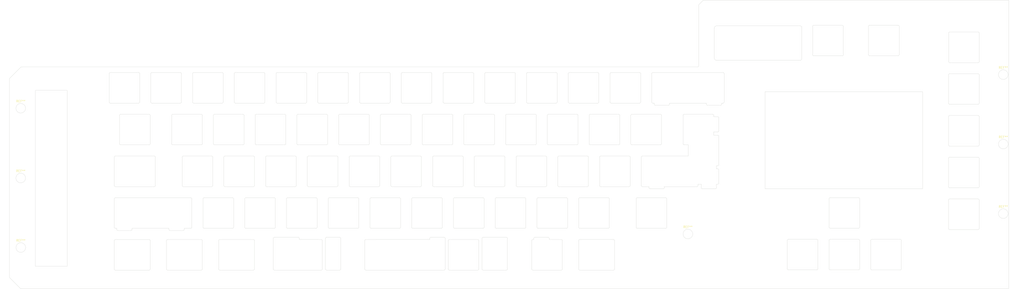
<source format=kicad_pcb>
(kicad_pcb (version 20240108) (generator "pcbnew") (generator_version "8.0")
  (layers (0 "F.Cu" signal) (31 "B.Cu" signal) (34 "B.Paste" user) (35 "F.Paste" user) (36 "B.SilkS" user "B.Silkscreen") (37 "F.SilkS" user "F.Silkscreen") (38 "B.Mask" user) (39 "F.Mask" user) (44 "Edge.Cuts" user))
  (net 0 "")
  (footprint "MountingHole:MountingHole_2.2mm_M2" (layer "F.Cu") (at 80.35 129.93)
    (property "Reference" "REF**" (at 0 -3.2 0) (layer "F.SilkS"))
    (property "Value" "MountingHole_2.2mm_M2")
    (pad "" np_thru_hole circle (at 0 0) (size 2.2 2.2) (drill 2.2) (layers "F&B.Cu" "*.Mask"))
  )
  (footprint "MountingHole:MountingHole_2.2mm_M2" (layer "F.Cu") (at 529.91 146.33)
    (property "Reference" "REF**" (at 0 -3.2 0) (layer "F.SilkS"))
    (property "Value" "MountingHole_2.2mm_M2")
    (pad "" np_thru_hole circle (at 0 0) (size 2.2 2.2) (drill 2.2) (layers "F&B.Cu" "*.Mask"))
  )
  (footprint "MountingHole:MountingHole_2.2mm_M2" (layer "F.Cu") (at 529.9 178.17)
    (property "Reference" "REF**" (at 0 -3.2 0) (layer "F.SilkS"))
    (property "Value" "MountingHole_2.2mm_M2")
    (pad "" np_thru_hole circle (at 0 0) (size 2.2 2.2) (drill 2.2) (layers "*.Cu" "*.Mask"))
  )
  (footprint "MountingHole:MountingHole_2.2mm_M2" (layer "F.Cu") (at 529.9 114.56)
    (property "Reference" "REF**" (at 0 -3.2 0) (layer "F.SilkS"))
    (property "Value" "MountingHole_2.2mm_M2")
    (pad "" np_thru_hole circle (at 0 0) (size 2.2 2.2) (drill 2.2) (layers "F&B.Cu" "*.Mask"))
  )
  (footprint "MountingHole:MountingHole_2.2mm_M2" (layer "F.Cu") (at 80.34 161.86)
    (property "Reference" "REF**" (at 0 -3.2 0) (layer "F.SilkS"))
    (property "Value" "MountingHole_2.2mm_M2")
    (pad "" np_thru_hole circle (at 0 0) (size 2.2 2.2) (drill 2.2) (layers "F&B.Cu" "*.Mask"))
  )
  (footprint "MountingHole:MountingHole_2.2mm_M2" (layer "F.Cu") (at 80.37 193.66)
    (property "Reference" "REF**" (at 0 -3.2 0) (layer "F.SilkS"))
    (property "Value" "MountingHole_2.2mm_M2")
    (pad "" np_thru_hole circle (at 0 0) (size 2.2 2.2) (drill 2.2) (layers "F&B.Cu" "*.Mask"))
  )
  (footprint "MountingHole:MountingHole_2.2mm_M2" (layer "F.Cu") (at 385.59 187.47)
    (property "Reference" "REF**" (at 0 -3.2 0) (layer "F.SilkS"))
    (property "Value" "MountingHole_2.2mm_M2")
    (pad "" np_thru_hole circle (at 0 0) (size 2.2 2.2) (drill 2.2) (layers "F&B.Cu" "*.Mask"))
  )
  (gr_arc (start 274.020947 188.983553) (mid 274.3745 189.13) (end 274.520947 189.483553) (stroke (width 0.1)) (layer "Edge.Cuts"))
  (gr_arc (start 173.796447 165.783553) (mid 173.442894 165.637106) (end 173.296447 165.283553) (stroke (width 0.1)) (layer "Edge.Cuts"))
  (gr_arc (start 264.521447 146.683553) (mid 264.167894 146.537106) (end 264.021447 146.183553) (stroke (width 0.1)) (layer "Edge.Cuts"))
  (gr_line (start 121.271447 127.583553) (end 134.271447 127.583553) (stroke (width 0.1)) (layer "Edge.Cuts"))
  (gr_line (start 399.283947 157.671553) (end 398.671947 157.671553) (stroke (width 0.1)) (layer "Edge.Cuts"))
  (gr_line (start 220.721447 146.183553) (end 220.721447 133.183553) (stroke (width 0.1)) (layer "Edge.Cuts"))
  (gr_arc (start 399.283947 157.671553) (mid 399.6375 157.818) (end 399.783947 158.171553) (stroke (width 0.1)) (layer "Edge.Cuts"))
  (gr_line (start 468.741847 105.921953) (end 481.741847 105.921953) (stroke (width 0.1)) (layer "Edge.Cuts"))
  (gr_arc (start 287.571447 127.083553) (mid 287.425 127.437106) (end 287.071447 127.583553) (stroke (width 0.1)) (layer "Edge.Cuts"))
  (gr_arc (start 202.446447 184.883553) (mid 202.092894 184.737106) (end 201.946447 184.383553) (stroke (width 0.1)) (layer "Edge.Cuts"))
  (gr_line (start 312.271447 127.583553) (end 325.271447 127.583553) (stroke (width 0.1)) (layer "Edge.Cuts"))
  (gr_line (start 518.356047 152.336753) (end 505.356047 152.336753) (stroke (width 0.1)) (layer "Edge.Cuts"))
  (gr_arc (start 229.771447 113.583553) (mid 230.125 113.73) (end 230.271447 114.083553) (stroke (width 0.1)) (layer "Edge.Cuts"))
  (gr_line (start 482.770647 189.927953) (end 469.770647 189.927953) (stroke (width 0.1)) (layer "Edge.Cuts"))
  (gr_arc (start 311.771447 114.083553) (mid 311.917894 113.73) (end 312.271447 113.583553) (stroke (width 0.1)) (layer "Edge.Cuts"))
  (gr_line (start 163.421447 203.483553) (end 163.421447 190.483553) (stroke (width 0.1)) (layer "Edge.Cuts"))
  (gr_arc (start 239.821447 146.183553) (mid 239.675 146.537106) (end 239.321447 146.683553) (stroke (width 0.1)) (layer "Edge.Cuts"))
  (gr_arc (start 226.271947 188.983553) (mid 226.6255 189.13) (end 226.771947 189.483553) (stroke (width 0.1)) (layer "Edge.Cuts"))
  (gr_line (start 201.621447 146.183553) (end 201.621447 133.183553) (stroke (width 0.1)) (layer "Edge.Cuts"))
  (gr_line (start 340.421447 133.183553) (end 340.421447 146.183553) (stroke (width 0.1)) (layer "Edge.Cuts"))
  (gr_arc (start 169.021447 146.683553) (mid 168.667894 146.537106) (end 168.521447 146.183553) (stroke (width 0.1)) (layer "Edge.Cuts"))
  (gr_arc (start 307.496447 165.783553) (mid 307.142894 165.637106) (end 306.996447 165.283553) (stroke (width 0.1)) (layer "Edge.Cuts"))
  (gr_line (start 218.333947 203.483553) (end 218.333947 190.483553) (stroke (width 0.1)) (layer "Edge.Cuts"))
  (gr_line (start 273.571447 114.083553) (end 273.571447 127.083553) (stroke (width 0.1)) (layer "Edge.Cuts"))
  (gr_arc (start 163.421447 146.183553) (mid 163.275 146.537106) (end 162.921447 146.683553) (stroke (width 0.1)) (layer "Edge.Cuts"))
  (gr_line (start 315.121447 189.983553) (end 315.121447 189.4836) (stroke (width 0.1)) (layer "Edge.Cuts"))
  (gr_line (start 235.871447 127.583553) (end 248.871447 127.583553) (stroke (width 0.1)) (layer "Edge.Cuts"))
  (gr_arc (start 186.796447 151.783553) (mid 187.15 151.93) (end 187.296447 152.283553) (stroke (width 0.1)) (layer "Edge.Cuts"))
  (gr_arc (start 360.021447 146.683553) (mid 359.667894 146.537106) (end 359.521447 146.183553) (stroke (width 0.1)) (layer "Edge.Cuts"))
  (gr_arc (start 504.856047 114.636753) (mid 505.002494 114.2832) (end 505.356047 114.136753) (stroke (width 0.1)) (layer "Edge.Cuts"))
  (gr_arc (start 326.596447 165.783553) (mid 326.242894 165.637106) (end 326.096447 165.283553) (stroke (width 0.1)) (layer "Edge.Cuts"))
  (gr_line (start 131.266447 184.888553) (end 148.146447 184.888553) (stroke (width 0.1)) (layer "Edge.Cuts"))
  (gr_arc (start 207.321447 188.983553) (mid 207.675 189.13) (end 207.821447 189.483553) (stroke (width 0.1)) (layer "Edge.Cuts"))
  (gr_line (start 283.121447 133.183553) (end 283.121447 146.183553) (stroke (width 0.1)) (layer "Edge.Cuts"))
  (gr_line (start 287.896447 152.283553) (end 287.896447 165.283553) (stroke (width 0.1)) (layer "Edge.Cuts"))
  (gr_arc (start 383.896447 146.683553) (mid 383.542894 146.537106) (end 383.396447 146.183553) (stroke (width 0.1)) (layer "Edge.Cuts"))
  (gr_line (start 396.896447 132.683553) (end 383.896447 132.683553) (stroke (width 0.1)) (layer "Edge.Cuts"))
  (gr_arc (start 481.741847 91.921953) (mid 482.0954 92.0684) (end 482.241847 92.421953) (stroke (width 0.1)) (layer "Edge.Cuts"))
  (gr_line (start 336.146447 203.983553) (end 351.533947 203.983553) (stroke (width 0.1)) (layer "Edge.Cuts"))
  (gr_line (start 216.771447 127.583553) (end 229.771447 127.583553) (stroke (width 0.1)) (layer "Edge.Cuts"))
  (gr_line (start 482.241847 105.421953) (end 482.241847 92.421953) (stroke (width 0.1)) (layer "Edge.Cuts"))
  (gr_arc (start 287.896447 152.283553) (mid 288.042894 151.93) (end 288.396447 151.783553) (stroke (width 0.1)) (layer "Edge.Cuts"))
  (gr_arc (start 325.271447 113.583553) (mid 325.625 113.73) (end 325.771447 114.083553) (stroke (width 0.1)) (layer "Edge.Cuts"))
  (gr_line (start 225.821447 133.183553) (end 225.821447 146.183553) (stroke (width 0.1)) (layer "Edge.Cuts"))
  (gr_arc (start 283.121447 133.183553) (mid 283.267894 132.83) (end 283.621447 132.683553) (stroke (width 0.1)) (layer "Edge.Cuts"))
  (gr_arc (start 377.183447 128.083553) (mid 377.037 128.437106) (end 376.683447 128.583553) (stroke (width 0.1)) (layer "Edge.Cuts"))
  (gr_line (start 182.521447 146.183553) (end 182.521447 133.183553) (stroke (width 0.1)) (layer "Edge.Cuts"))
  (gr_arc (start 267.971447 113.583553) (mid 268.325 113.73) (end 268.471447 114.083553) (stroke (width 0.1)) (layer "Edge.Cuts"))
  (gr_line (start 226.771947 203.483553) (end 226.771947 189.483553) (stroke (width 0.1)) (layer "Edge.Cuts"))
  (gr_line (start 221.546447 184.883553) (end 234.546447 184.883553) (stroke (width 0.1)) (layer "Edge.Cuts"))
  (gr_line (start 205.896447 151.783553) (end 192.896447 151.783553) (stroke (width 0.1)) (layer "Edge.Cuts"))
  (gr_line (start 147.033947 190.483553) (end 147.033947 203.483553) (stroke (width 0.1)) (layer "Edge.Cuts"))
  (gr_arc (start 362.408947 184.883553) (mid 362.055394 184.737106) (end 361.908947 184.383553) (stroke (width 0.1)) (layer "Edge.Cuts"))
  (gr_arc (start 310.946447 170.883553) (mid 311.3 171.03) (end 311.446447 171.383553) (stroke (width 0.1)) (layer "Edge.Cuts"))
  (gr_arc (start 328.161275 203.483553) (mid 328.014232 203.838733) (end 327.659134 203.985975) (stroke (width 0.1)) (layer "Edge.Cuts"))
  (gr_line (start 383.896447 146.683553) (end 385.783947 146.683553) (stroke (width 0.1)) (layer "Edge.Cuts"))
  (gr_line (start 278.346447 171.383553) (end 278.346447 184.383553) (stroke (width 0.1)) (layer "Edge.Cuts"))
  (gr_arc (start 316.546447 171.383553) (mid 316.692894 171.03) (end 317.046447 170.883553) (stroke (width 0.1)) (layer "Edge.Cuts"))
  (gr_arc (start 168.521447 133.183553) (mid 168.667894 132.83) (end 169.021447 132.683553) (stroke (width 0.1)) (layer "Edge.Cuts"))
  (gr_arc (start 154.196447 152.283553) (mid 154.342894 151.93) (end 154.696447 151.783553) (stroke (width 0.1)) (layer "Edge.Cuts"))
  (gr_line (start 123.658947 184.883553) (end 124.270947 184.888553) (stroke (width 0.1)) (layer "Edge.Cuts"))
  (gr_arc (start 277.521447 132.683553) (mid 277.875 132.83) (end 278.021447 133.183553) (stroke (width 0.1)) (layer "Edge.Cuts"))
  (gr_line (start 168.521447 133.183553) (end 168.521447 146.183553) (stroke (width 0.1)) (layer "Edge.Cuts"))
  (gr_line (start 187.621447 133.183553) (end 187.621447 146.183553) (stroke (width 0.1)) (layer "Edge.Cuts"))
  (gr_line (start 163.421447 146.183553) (end 163.421447 133.183553) (stroke (width 0.1)) (layer "Edge.Cuts"))
  (gr_line (start 148.146447 184.888553) (end 148.146447 185.383553) (stroke (width 0.1)) (layer "Edge.Cuts"))
  (gr_arc (start 259.246447 171.383553) (mid 259.392894 171.03) (end 259.746447 170.883553) (stroke (width 0.1)) (layer "Edge.Cuts"))
  (gr_line (start 210.671447 113.583553) (end 197.671447 113.583553) (stroke (width 0.1)) (layer "Edge.Cuts"))
  (gr_arc (start 518.356047 133.236753) (mid 518.7096 133.3832) (end 518.856047 133.736753) (stroke (width 0.1)) (layer "Edge.Cuts"))
  (gr_line (start 201.946447 171.383553) (end 201.946447 184.383553) (stroke (width 0.1)) (layer "Edge.Cuts"))
  (gr_line (start 244.596447 165.283553) (end 244.596447 152.283553) (stroke (width 0.1)) (layer "Edge.Cuts"))
  (gr_arc (start 334.821447 132.683553) (mid 335.175 132.83) (end 335.321447 133.183553) (stroke (width 0.1)) (layer "Edge.Cuts"))
  (gr_arc (start 344.371447 113.583553) (mid 344.725 113.73) (end 344.871447 114.083553) (stroke (width 0.1)) (layer "Edge.Cuts"))
  (gr_line (start 239.321447 132.683553) (end 226.321447 132.683553) (stroke (width 0.1)) (layer "Edge.Cuts"))
  (gr_line (start 293.171447 127.583553) (end 306.171447 127.583553) (stroke (width 0.1)) (layer "Edge.Cuts"))
  (gr_line (start 311.771447 114.083553) (end 311.771447 127.083553) (stroke (width 0.1)) (layer "Edge.Cuts"))
  (gr_line (start 306.171447 113.583553) (end 293.171447 113.583553) (stroke (width 0.1)) (layer "Edge.Cuts"))
  (gr_circle (center 529.9 114.56) (end 532.1 114.56) (stroke (width 0.1)) (fill none) (layer "Edge.Cuts"))
  (gr_arc (start 321.821447 146.683553) (mid 321.467894 146.537106) (end 321.321447 146.183553) (stroke (width 0.1)) (layer "Edge.Cuts"))
  (gr_line (start 450.182447 171.309753) (end 450.182447 184.309753) (stroke (width 0.1)) (layer "Edge.Cuts"))
  (gr_line (start 445.094447 203.400153) (end 445.094447 190.400153) (stroke (width 0.1)) (layer "Edge.Cuts"))
  (gr_arc (start 317.046447 184.883553) (mid 316.692894 184.737106) (end 316.546447 184.383553) (stroke (width 0.1)) (layer "Edge.Cuts"))
  (gr_line (start 258.421447 132.683553) (end 245.421447 132.683553) (stroke (width 0.1)) (layer "Edge.Cuts"))
  (gr_arc (start 352.039751 203.480011) (mid 351.8917 203.841132) (end 351.530652 203.989358) (stroke (width 0.1)) (layer "Edge.Cuts"))
  (gr_arc (start 349.146447 170.883553) (mid 349.5 171.03) (end 349.646447 171.383553) (stroke (width 0.1)) (layer "Edge.Cuts"))
  (gr_arc (start 330.046447 170.883553) (mid 330.4 171.03) (end 330.546447 171.383553) (stroke (width 0.1)) (layer "Edge.Cuts"))
  (gr_arc (start 217.833947 189.983553) (mid 218.187468 190.130017) (end 218.333947 190.483553) (stroke (width 0.1)) (layer "Edge.Cuts"))
  (gr_arc (start 336.146447 203.983553) (mid 335.792894 203.837106) (end 335.646447 203.483553) (stroke (width 0.1)) (layer "Edge.Cuts"))
  (gr_arc (start 504.893553 95.543553) (mid 505.04 95.19) (end 505.393553 95.043553) (stroke (width 0.1)) (layer "Edge.Cuts"))
  (gr_line (start 220.271947 203.983553) (end 226.271947 203.983553) (stroke (width 0.1)) (layer "Edge.Cuts"))
  (gr_arc (start 215.446447 170.883553) (mid 215.8 171.03) (end 215.946447 171.383553) (stroke (width 0.1)) (layer "Edge.Cuts"))
  (gr_line (start 187.296447 165.283553) (end 187.296447 152.283553) (stroke (width 0.1)) (layer "Edge.Cuts"))
  (gr_arc (start 353.921447 132.683553) (mid 354.275 132.83) (end 354.421447 133.183553) (stroke (width 0.1)) (layer "Edge.Cuts"))
  (gr_arc (start 278.021447 146.183553) (mid 277.875 146.537106) (end 277.521447 146.683553) (stroke (width 0.1)) (layer "Edge.Cuts"))
  (gr_line (start 169.021447 146.683553) (end 182.021447 146.683553) (stroke (width 0.1)) (layer "Edge.Cuts"))
  (gr_arc (start 123.156761 171.383551) (mid 123.303413 171.029051) (end 123.657648 170.881759) (stroke (width 0.1)) (layer "Edge.Cuts"))
  (gr_line (start 230.271447 127.083553) (end 230.271447 114.083553) (stroke (width 0.1)) (layer "Edge.Cuts"))
  (gr_line (start 240.646447 184.883553) (end 253.646447 184.883553) (stroke (width 0.1)) (layer "Edge.Cuts"))
  (gr_line (start 301.396447 151.783553) (end 288.396447 151.783553) (stroke (width 0.1)) (layer "Edge.Cuts"))
  (gr_arc (start 206.396447 165.283553) (mid 206.25 165.637106) (end 205.896447 165.783553) (stroke (width 0.1)) (layer "Edge.Cuts"))
  (gr_line (start 505.356047 128.136753) (end 518.356047 128.136753) (stroke (width 0.1)) (layer "Edge.Cuts"))
  (gr_line (start 196.846447 184.383553) (end 196.846447 171.383553) (stroke (width 0.1)) (layer "Edge.Cuts"))
  (gr_arc (start 218.333947 203.483553) (mid 218.187503 203.837124) (end 217.833947 203.983553) (stroke (width 0.1)) (layer "Edge.Cuts"))
  (gr_arc (start 450.182447 190.409753) (mid 450.328894 190.0562) (end 450.682447 189.909753) (stroke (width 0.1)) (layer "Edge.Cuts"))
  (gr_line (start 397.396447 140.795553) (end 397.396447 142.233553) (stroke (width 0.1)) (layer "Edge.Cuts"))
  (gr_line (start 370.683447 128.583553) (end 376.683447 128.583553) (stroke (width 0.1)) (layer "Edge.Cuts"))
  (gr_arc (start 297.946447 184.883553) (mid 297.592894 184.737106) (end 297.446447 184.383553) (stroke (width 0.1)) (layer "Edge.Cuts"))
  (gr_line (start 183.346447 184.883553) (end 196.346447 184.883553) (stroke (width 0.1)) (layer "Edge.Cuts"))
  (gr_line (start 364.796447 165.783553) (end 367.795947 165.783553) (stroke (width 0.1)) (layer "Edge.Cuts"))
  (gr_line (start 297.946447 184.883553) (end 310.946447 184.883553) (stroke (width 0.1)) (layer "Edge.Cuts"))
  (gr_arc (start 282.296447 151.783553) (mid 282.65 151.93) (end 282.796447 152.283553) (stroke (width 0.1)) (layer "Edge.Cuts"))
  (gr_line (start 206.396447 165.283553) (end 206.396447 152.283553) (stroke (width 0.1)) (layer "Edge.Cuts"))
  (gr_arc (start 124.770947 185.883553) (mid 124.417394 185.737106) (end 124.270947 185.383553) (stroke (width 0.1)) (layer "Edge.Cuts"))
  (gr_line (start 340.921447 146.683553) (end 353.921447 146.683553) (stroke (width 0.1)) (layer "Edge.Cuts"))
  (gr_arc (start 306.996447 152.283553) (mid 307.142894 151.93) (end 307.496447 151.783553) (stroke (width 0.1)) (layer "Edge.Cuts"))
  (gr_line (start 182.021447 132.683553) (end 169.021447 132.683553) (stroke (width 0.1)) (layer "Edge.Cuts"))
  (gr_line (start 207.221447 146.683553) (end 220.221447 146.683553) (stroke (width 0.1)) (layer "Edge.Cuts"))
  (gr_line (start 264.521447 146.683553) (end 277.521447 146.683553) (stroke (width 0.1)) (layer "Edge.Cuts"))
  (gr_arc (start 283.621447 146.683553) (mid 283.267894 146.537106) (end 283.121447 146.183553) (stroke (width 0.1)) (layer "Edge.Cuts"))
  (gr_line (start 302.721447 146.683553) (end 315.721447 146.683553) (stroke (width 0.1)) (layer "Edge.Cuts"))
  (gr_line (start 168.196447 165.283553) (end 168.196447 152.283553) (stroke (width 0.1)) (layer "Edge.Cuts"))
  (gr_line (start 518.856047 184.936753) (end 518.856047 171.936753) (stroke (width 0.1)) (layer "Edge.Cuts"))
  (gr_arc (start 518.856047 184.936753) (mid 518.7096 185.290306) (end 518.356047 185.436753) (stroke (width 0.1)) (layer "Edge.Cuts"))
  (gr_line (start 401.741447 113.583553) (end 369.571447 113.583553) (stroke (width 0.1)) (layer "Edge.Cuts"))
  (gr_arc (start 397.728447 93.251153) (mid 398.02134 92.544046) (end 398.728447 92.251153) (stroke (width 0.1)) (layer "Edge.Cuts"))
  (gr_line (start 345.696447 165.783553) (end 358.696447 165.783553) (stroke (width 0.1)) (layer "Edge.Cuts"))
  (gr_line (start 272.746447 170.883553) (end 259.746447 170.883553) (stroke (width 0.1)) (layer "Edge.Cuts"))
  (gr_line (start 244.096447 151.783553) (end 231.096447 151.783553) (stroke (width 0.1)) (layer "Edge.Cuts"))
  (gr_line (start 141.433947 151.783553) (end 123.658947 151.783553) (stroke (width 0.1)) (layer "Edge.Cuts"))
  (gr_line (start 390.233947 165.283553) (end 390.233947 164.671553) (stroke (width 0.1)) (layer "Edge.Cuts"))
  (gr_arc (start 314.158947 190.483553) (mid 314.305394 190.13) (end 314.658947 189.983553) (stroke (width 0.1)) (layer "Edge.Cuts"))
  (gr_arc (start 320.996447 165.283553) (mid 320.85 165.637106) (end 320.496447 165.783553) (stroke (width 0.1)) (layer "Edge.Cuts"))
  (gr_line (start 303.033947 203.483553) (end 303.033947 189.483553) (stroke (width 0.1)) (layer "Edge.Cuts"))
  (gr_line (start 292.671447 114.083553) (end 292.671447 127.083553) (stroke (width 0.1)) (layer "Edge.Cuts"))
  (gr_line (start 505.356047 147.236753) (end 518.356047 147.236753) (stroke (width 0.1)) (layer "Edge.Cuts"))
  (gr_arc (start 335.321447 146.183553) (mid 335.175 146.537106) (end 334.821447 146.683553) (stroke (width 0.1)) (layer "Edge.Cuts"))
  (gr_arc (start 282.796447 165.283553) (mid 282.65 165.637106) (end 282.296447 165.783553) (stroke (width 0.1)) (layer "Edge.Cuts"))
  (gr_arc (start 301.896447 165.283553) (mid 301.75 165.637106) (end 301.396447 165.783553) (stroke (width 0.1)) (layer "Edge.Cuts"))
  (gr_line (start 397.728447 93.251153) (end 397.728447 107.001153) (stroke (width 0.1)) (layer "Edge.Cuts"))
  (gr_arc (start 134.271447 113.583553) (mid 134.625 113.73) (end 134.771447 114.083553) (stroke (width 0.1)) (layer "Edge.Cuts"))
  (gr_arc (start 392.171947 166.783553) (mid 391.818394 166.637106) (end 391.671947 166.283553) (stroke (width 0.1)) (layer "Edge.Cuts"))
  (gr_arc (start 456.703447 105.476153) (mid 456.557 105.829706) (end 456.203447 105.976153) (stroke (width 0.1)) (layer "Edge.Cuts"))
  (gr_arc (start 139.546447 146.183553) (mid 139.4 146.537106) (end 139.046447 146.683553) (stroke (width 0.1)) (layer "Edge.Cuts"))
  (gr_line (start 125.546447 133.183553) (end 125.546447 146.183553) (stroke (width 0.1)) (layer "Edge.Cuts"))
  (gr_line (start 518.893553 108.543553) (end 518.893553 95.543553) (stroke (width 0.1)) (layer "Edge.Cuts"))
  (gr_line (start 238.27 203.983553) (end 274.020947 203.983553) (stroke (width 0.1)) (layer "Edge.Cuts"))
  (gr_arc (start 288.396447 165.783553) (mid 288.042894 165.637106) (end 287.896447 165.283553) (stroke (width 0.1)) (layer "Edge.Cuts"))
  (gr_arc (start 373.521447 146.183553) (mid 373.375 146.537106) (end 373.021447 146.683553) (stroke (width 0.1)) (layer "Edge.Cuts"))
  (gr_line (start 274.071447 127.583553) (end 287.071447 127.583553) (stroke (width 0.1)) (layer "Edge.Cuts"))
  (gr_arc (start 172.971447 127.083553) (mid 172.825 127.437106) (end 172.471447 127.583553) (stroke (width 0.1)) (layer "Edge.Cuts"))
  (gr_line (start 394.059447 127.583553) (end 394.059447 128.083553) (stroke (width 0.1)) (layer "Edge.Cuts"))
  (gr_arc (start 254.971447 127.583553) (mid 254.617894 127.437106) (end 254.471447 127.083553) (stroke (width 0.1)) (layer "Edge.Cuts"))
  (gr_line (start 225.496447 165.283553) (end 225.496447 152.283553) (stroke (width 0.1)) (layer "Edge.Cuts"))
  (gr_arc (start 235.371447 114.083553) (mid 235.517894 113.73) (end 235.871447 113.583553) (stroke (width 0.1)) (layer "Edge.Cuts"))
  (gr_arc (start 463.682447 189.909753) (mid 464.036 190.0562) (end 464.182447 190.409753) (stroke (width 0.1)) (layer "Edge.Cuts"))
  (gr_arc (start 359.196447 165.283553) (mid 359.05 165.637106) (end 358.696447 165.783553) (stroke (width 0.1)) (layer "Edge.Cuts"))
  (gr_line (start 268.796447 152.283553) (end 268.796447 165.283553) (stroke (width 0.1)) (layer "Edge.Cuts"))
  (gr_line (start 239.821447 146.183553) (end 239.821447 133.183553) (stroke (width 0.1)) (layer "Edge.Cuts"))
  (gr_arc (start 216.271447 114.083553) (mid 216.417894 113.73) (end 216.771447 113.583553) (stroke (width 0.1)) (layer "Edge.Cuts"))
  (gr_line (start 274.520947 203.483553) (end 274.520947 189.483553) (stroke (width 0.1)) (layer "Edge.Cuts"))
  (gr_arc (start 274.520947 203.483553) (mid 274.3745 203.837106) (end 274.020947 203.983553) (stroke (width 0.1)) (layer "Edge.Cuts"))
  (gr_line (start 397.396447 133.795553) (end 397.396447 133.183553) (stroke (width 0.1)) (layer "Edge.Cuts"))
  (gr_line (start 518.393553 95.043553) (end 505.393553 95.043553) (stroke (width 0.1)) (layer "Edge.Cuts"))
  (gr_line (start 263.696447 165.283553) (end 263.696447 152.283553) (stroke (width 0.1)) (layer "Edge.Cuts"))
  (gr_line (start 330.046447 170.883553) (end 317.046447 170.883553) (stroke (width 0.1)) (layer "Edge.Cuts"))
  (gr_line (start 297.121447 146.183553) (end 297.121447 133.183553) (stroke (width 0.1)) (layer "Edge.Cuts"))
  (gr_arc (start 205.896447 151.783553) (mid 206.25 151.93) (end 206.396447 152.283553) (stroke (width 0.1)) (layer "Edge.Cuts"))
  (gr_line (start 320.496447 151.783553) (end 307.496447 151.783553) (stroke (width 0.1)) (layer "Edge.Cuts"))
  (gr_line (start 322.121447 189.983553) (end 322.121447 189.4836) (stroke (width 0.1)) (layer "Edge.Cuts"))
  (gr_line (start 398.728447 108.001153) (end 436.978447 108.001153) (stroke (width 0.1)) (layer "Edge.Cuts"))
  (gr_arc (start 399.283947 133.795553) (mid 399.6375 133.942) (end 399.783947 134.295553) (stroke (width 0.1)) (layer "Edge.Cuts"))
  (gr_arc (start 237.758947 190.483553) (mid 237.905394 190.13) (end 238.258947 189.983553) (stroke (width 0.1)) (layer "Edge.Cuts"))
  (gr_arc (start 331.371447 127.583553) (mid 331.017894 127.437106) (end 330.871447 127.083553) (stroke (width 0.1)) (layer "Edge.Cuts"))
  (gr_line (start 370.183447 127.583553) (end 370.183447 128.083553) (stroke (width 0.1)) (layer "Edge.Cuts"))
  (gr_line (start 398.671947 166.283553) (end 398.671947 164.671553) (stroke (width 0.1)) (layer "Edge.Cuts"))
  (gr_arc (start 375.408947 170.883553) (mid 375.7625 171.03) (end 375.908947 171.383553) (stroke (width 0.1)) (layer "Edge.Cuts"))
  (gr_line (start 399.783947 140.295553) (end 399.783947 134.295553) (stroke (width 0.1)) (layer "Edge.Cuts"))
  (gr_arc (start 437.728447 107.251153) (mid 437.508777 107.781483) (end 436.978447 108.001153) (stroke (width 0.1)) (layer "Edge.Cuts"))
  (gr_arc (start 336.146447 184.883553) (mid 335.792894 184.737106) (end 335.646447 184.383553) (stroke (width 0.1)) (layer "Edge.Cuts"))
  (gr_arc (start 505.356047 166.336753) (mid 505.002494 166.190306) (end 504.856047 165.836753) (stroke (width 0.1)) (layer "Edge.Cuts"))
  (gr_arc (start 358.696447 151.783553) (mid 359.05 151.93) (end 359.196447 152.283553) (stroke (width 0.1)) (layer "Edge.Cuts"))
  (gr_line (start 219.771947 189.483553) (end 219.771947 203.483553) (stroke (width 0.1)) (layer "Edge.Cuts"))
  (gr_line (start 267.971447 113.583553) (end 254.971447 113.583553) (stroke (width 0.1)) (layer "Edge.Cuts"))
  (gr_arc (start 383.396447 133.183553) (mid 383.542894 132.83) (end 383.896447 132.683553) (stroke (width 0.1)) (layer "Edge.Cuts"))
  (gr_line (start 398.671947 164.671553) (end 399.283947 164.671553) (stroke (width 0.1)) (layer "Edge.Cuts"))
  (gr_line (start 291.896947 203.983553) (end 302.533947 203.983553) (stroke (width 0.1)) (layer "Edge.Cuts"))
  (gr_line (start 375.408947 170.883553) (end 362.408947 170.883553) (stroke (width 0.1)) (layer "Edge.Cuts"))
  (gr_arc (start 401.059447 128.083553) (mid 400.913 128.437106) (end 400.559447 128.583553) (stroke (width 0.1)) (layer "Edge.Cuts"))
  (gr_line (start 320.996447 165.283553) (end 320.996447 152.283553) (stroke (width 0.1)) (layer "Edge.Cuts"))
  (gr_line (start 123.16 203.49) (end 123.16 190.49) (stroke (width 0.1)) (layer "Edge.Cuts"))
  (gr_arc (start 398.728447 108.001153) (mid 398.02134 107.70826) (end 397.728447 107.001153) (stroke (width 0.1)) (layer "Edge.Cuts"))
  (gr_line (start 463.682447 189.909753) (end 450.682447 189.909753) (stroke (width 0.1)) (layer "Edge.Cuts"))
  (gr_arc (start 238.27 203.985039) (mid 237.908187 203.842129) (end 237.757339 203.483553) (stroke (width 0.1)) (layer "Edge.Cuts"))
  (gr_arc (start 302.221447 133.183553) (mid 302.367894 132.83) (end 302.721447 132.683553) (stroke (width 0.1)) (layer "Edge.Cuts"))
  (gr_arc (start 315.721447 132.683553) (mid 316.075 132.83) (end 316.221447 133.183553) (stroke (width 0.1)) (layer "Edge.Cuts"))
  (gr_line (start 278.846447 184.883553) (end 291.846447 184.883553) (stroke (width 0.1)) (layer "Edge.Cuts"))
  (gr_line (start 244.921447 133.183553) (end 244.921447 146.183553) (stroke (width 0.1)) (layer "Edge.Cuts"))
  (gr_line (start 450.682447 203.909753) (end 463.682447 203.909753) (stroke (width 0.1)) (layer "Edge.Cuts"))
  (gr_line (start 443.203447 105.976153) (end 456.203447 105.976153) (stroke (width 0.1)) (layer "Edge.Cuts"))
  (gr_line (start 349.646447 184.383553) (end 349.646447 171.383553) (stroke (width 0.1)) (layer "Edge.Cuts"))
  (gr_arc (start 254.471447 114.083553) (mid 254.617894 113.73) (end 254.971447 113.583553) (stroke (width 0.1)) (layer "Edge.Cuts"))
  (gr_arc (start 394.559447 128.583553) (mid 394.205894 128.437106) (end 394.059447 128.083553) (stroke (width 0.1)) (layer "Edge.Cuts"))
  (gr_line (start 518.856047 146.736753) (end 518.856047 133.736753) (stroke (width 0.1)) (layer "Edge.Cuts"))
  (gr_arc (start 149.421447 133.183553) (mid 149.567894 132.83) (end 149.921447 132.683553) (stroke (width 0.1)) (layer "Edge.Cuts"))
  (gr_arc (start 268.796447 152.283553) (mid 268.942894 151.93) (end 269.296447 151.783553) (stroke (width 0.1)) (layer "Edge.Cuts"))
  (gr_arc (start 374.795947 166.283553) (mid 374.6495 166.637106) (end 374.295947 166.783553) (stroke (width 0.1)) (layer "Edge.Cuts"))
  (gr_line (start 148.646947 185.883553) (end 154.646947 185.883553) (stroke (width 0.1)) (layer "Edge.Cuts"))
  (gr_arc (start 340.096447 165.283553) (mid 339.95 165.637106) (end 339.596447 165.783553) (stroke (width 0.1)) (layer "Edge.Cuts"))
  (gr_line (start 267.520947 189.978553) (end 238.258947 189.983553) (stroke (width 0.1)) (layer "Edge.Cuts"))
  (gr_arc (start 158.646447 184.383553) (mid 158.5 184.737106) (end 158.146447 184.883553) (stroke (width 0.1)) (layer "Edge.Cuts"))
  (gr_arc (start 245.421447 146.683553) (mid 245.067894 146.537106) (end 244.921447 146.183553) (stroke (width 0.1)) (layer "Edge.Cuts"))
  (gr_arc (start 505.393553 109.043553) (mid 505.04 108.897106) (end 504.893553 108.543553) (stroke (width 0.1)) (layer "Edge.Cuts"))
  (gr_arc (start 219.771947 189.483553) (mid 219.918394 189.13) (end 220.271947 188.983553) (stroke (width 0.1)) (layer "Edge.Cuts"))
  (gr_line (start 149.921447 146.683553) (end 162.921447 146.683553) (stroke (width 0.1)) (layer "Edge.Cuts"))
  (gr_arc (start 287.071447 113.583553) (mid 287.425 113.73) (end 287.571447 114.083553) (stroke (width 0.1)) (layer "Edge.Cuts"))
  (gr_line (start 311.446447 184.383553) (end 311.446447 171.383553) (stroke (width 0.1)) (layer "Edge.Cuts"))
  (gr_poly (pts (xy 75.188719 207.362672) (xy 75.188719 116.340847) (xy 80.222807 111.306759) (xy 80.222807 111.3) (xy 80.477807 111.045) (xy 390.261047 111.045) (xy 390.516047 110.79) (xy 390.516047 82.64) (xy 392.686047 80.47) (xy 532.333247 80.47) (xy 532.35 80.453247) (xy 532.37 80.473247) (xy 532.37 212.423247) (xy 532.273247 212.52) (xy 80.346047 212.52)) (stroke (width 0.1)) (fill none) (layer "Edge.Cuts"))
  (gr_arc (start 344.871447 127.083553) (mid 344.725 127.437106) (end 344.371447 127.583553) (stroke (width 0.1)) (layer "Edge.Cuts"))
  (gr_circle (center 80.35 129.93) (end 82.55 129.93) (stroke (width 0.1)) (fill none) (layer "Edge.Cuts"))
  (gr_circle (center 80.34 161.86) (end 82.54 161.86) (stroke (width 0.1)) (fill none) (layer "Edge.Cuts"))
  (gr_line (start 278.021447 146.183553) (end 278.021447 133.183553) (stroke (width 0.1)) (layer "Edge.Cuts"))
  (gr_line (start 226.271947 188.983553) (end 220.271947 188.983553) (stroke (width 0.1)) (layer "Edge.Cuts"))
  (gr_arc (start 482.241847 105.421953) (mid 482.0954 105.775506) (end 481.741847 105.921953) (stroke (width 0.1)) (layer "Edge.Cuts"))
  (gr_arc (start 431.094447 190.400153) (mid 431.240894 190.0466) (end 431.594447 189.900153) (stroke (width 0.1)) (layer "Edge.Cuts"))
  (gr_arc (start 399.783947 155.733553) (mid 399.6375 156.087106) (end 399.283947 156.233553) (stroke (width 0.1)) (layer "Edge.Cuts"))
  (gr_line (start 363.971447 127.083553) (end 363.971447 114.083553) (stroke (width 0.1)) (layer "Edge.Cuts"))
  (gr_arc (start 211.496447 152.283553) (mid 211.642894 151.93) (end 211.996447 151.783553) (stroke (width 0.1)) (layer "Edge.Cuts"))
  (gr_arc (start 297.446447 171.383553) (mid 297.592894 171.03) (end 297.946447 170.883553) (stroke (width 0.1)) (layer "Edge.Cuts"))
  (gr_arc (start 401.74 113.583554) (mid 402.051773 113.751814) (end 402.176124 114.083553) (stroke (width 0.1)) (layer "Edge.Cuts"))
  (gr_arc (start 192.071447 127.083553) (mid 191.925 127.437106) (end 191.571447 127.583553) (stroke (width 0.1)) (layer "Edge.Cuts"))
  (gr_line (start 217.833947 189.983553) (end 207.821447 189.978553) (stroke (width 0.1)) (layer "Edge.Cuts"))
  (gr_arc (start 250.196447 165.783553) (mid 249.842894 165.637106) (end 249.696447 165.283553) (stroke (width 0.1)) (layer "Edge.Cuts"))
  (gr_arc (start 306.671447 127.083553) (mid 306.525 127.437106) (end 306.171447 127.583553) (stroke (width 0.1)) (layer "Edge.Cuts"))
  (gr_line (start 253.646447 170.883553) (end 240.646447 170.883553) (stroke (width 0.1)) (layer "Edge.Cuts"))
  (gr_line (start 131.270947 185.383553) (end 131.266447 184.888553) (stroke (width 0.1)) (layer "Edge.Cuts"))
  (gr_line (start 340.096447 165.283553) (end 340.096447 152.283553) (stroke (width 0.1)) (layer "Edge.Cuts"))
  (gr_rect (start 87.08 121.75) (end 101.59 202.26) (stroke (width 0.1)) (fill none) (layer "Edge.Cuts"))
  (gr_line (start 211.996447 165.783553) (end 224.996447 165.783553) (stroke (width 0.1)) (layer "Edge.Cuts"))
  (gr_line (start 481.741847 91.921953) (end 468.741847 91.921953) (stroke (width 0.1)) (layer "Edge.Cuts"))
  (gr_arc (start 518.393553 95.043553) (mid 518.747106 95.19) (end 518.893553 95.543553) (stroke (width 0.1)) (layer "Edge.Cuts"))
  (gr_line (start 154.696447 165.783553) (end 167.696447 165.783553) (stroke (width 0.1)) (layer "Edge.Cuts"))
  (gr_line (start 464.182447 184.309753) (end 464.182447 171.309753) (stroke (width 0.1)) (layer "Edge.Cuts"))
  (gr_line (start 192.071447 127.083553) (end 192.071447 114.083553) (stroke (width 0.1)) (layer "Edge.Cuts"))
  (gr_line (start 469.770647 203.927953) (end 482.770647 203.927953) (stroke (width 0.1)) (layer "Edge.Cuts"))
  (gr_line (start 431.594447 203.900153) (end 444.594447 203.900153) (stroke (width 0.1)) (layer "Edge.Cuts"))
  (gr_arc (start 187.296447 203.483553) (mid 187.15 203.837106) (end 186.796447 203.983553) (stroke (width 0.1)) (layer "Edge.Cuts"))
  (gr_arc (start 351.535365 189.982135) (mid 351.889005 190.129497) (end 352.035367 190.483553) (stroke (width 0.1)) (layer "Edge.Cuts"))
  (gr_arc (start 268.471447 127.083553) (mid 268.325 127.437106) (end 267.971447 127.583553) (stroke (width 0.1)) (layer "Edge.Cuts"))
  (gr_line (start 325.771447 127.083553) (end 325.771447 114.083553) (stroke (width 0.1)) (layer "Edge.Cuts"))
  (gr_line (start 328.158947 203.48) (end 328.158947 190.4836) (stroke (width 0.1)) (layer "Edge.Cuts"))
  (gr_arc (start 167.696447 151.783553) (mid 168.05 151.93) (end 168.196447 152.283553) (stroke (width 0.1)) (layer "Edge.Cuts"))
  (gr_line (start 464.182447 203.409753) (end 464.182447 190.409753) (stroke (width 0.1)) (layer "Edge.Cuts"))
  (gr_arc (start 191.571447 113.583553) (mid 191.925 113.73) (end 192.071447 114.083553) (stroke (width 0.1)) (layer "Edge.Cuts"))
  (gr_line (start 134.771447 127.083553) (end 134.771447 114.083553) (stroke (width 0.1)) (layer "Edge.Cuts"))
  (gr_arc (start 201.946447 171.383553) (mid 202.092894 171.03) (end 202.446447 170.883553) (stroke (width 0.1)) (layer "Edge.Cuts"))
  (gr_line (start 504.856047 133.736753) (end 504.856047 146.736753) (stroke (width 0.1)) (layer "Edge.Cuts"))
  (gr_line (start 162.921447 189.983553) (end 147.533947 189.983553) (stroke (width 0.1)) (layer "Edge.Cuts"))
  (gr_line (start 330.546447 184.383553) (end 330.546447 171.383553) (stroke (width 0.1)) (layer "Edge.Cuts"))
  (gr_arc (start 354.421447 146.183553) (mid 354.275 146.537106) (end 353.921447 146.683553) (stroke (width 0.1)) (layer "Edge.Cuts"))
  (gr_arc (start 278.346447 171.383553) (mid 278.492894 171.03) (end 278.846447 170.883553) (stroke (width 0.1)) (layer "Edge.Cuts"))
  (gr_line (start 325.271447 113.583553) (end 312.271447 113.583553) (stroke (width 0.1)) (layer "Edge.Cuts"))
  (gr_line (start 221.046447 171.383553) (end 221.046447 184.383553) (stroke (width 0.1)) (layer "Edge.Cuts"))
  (gr_line (start 349.971447 114.083553) (end 349.971447 127.083553) (stroke (width 0.1)) (layer "Edge.Cuts"))
  (gr_arc (start 364.796447 165.783553) (mid 364.442894 165.637106) (end 364.296447 165.283553) (stroke (width 0.1)) (layer "Edge.Cuts"))
  (gr_arc (start 210.671447 113.583553) (mid 211.025 113.73) (end 211.171447 114.083553) (stroke (width 0.1)) (layer "Edge.Cuts"))
  (gr_arc (start 244.921447 133.183553) (mid 245.067894 132.83) (end 245.421447 132.683553) (stroke (width 0.1)) (layer "Edge.Cuts"))
  (gr_line (start 518.356047 133.236753) (end 505.356047 133.236753) (stroke (width 0.1)) (layer "Edge.Cuts"))
  (gr_arc (start 162.921447 132.683553) (mid 163.275 132.83) (end 163.421447 133.183553) (stroke (width 0.1)) (layer "Edge.Cuts"))
  (gr_arc (start 464.182447 184.309753) (mid 464.036 184.663306) (end 463.682447 184.809753) (stroke (width 0.1)) (layer "Edge.Cuts"))
  (gr_arc (start 450.682447 184.809753) (mid 450.328894 184.663306) (end 450.182447 184.309753) (stroke (width 0.1)) (layer "Edge.Cuts"))
  (gr_arc (start 370.683447 128.583553) (mid 370.329894 128.437106) (end 370.183447 128.083553) (stroke (width 0.1)) (layer "Edge.Cuts"))
  (gr_line (start 139.07 203.99) (end 123.66 203.99) (stroke (width 0.1)) (layer "Edge.Cuts"))
  (gr_line (start 287.571447 127.083553) (end 287.571447 114.083553) (stroke (width 0.1)) (layer "Edge.Cuts"))
  (gr_line (start 220.221447 132.683553) (end 207.221447 132.683553) (stroke (width 0.1)) (layer "Edge.Cuts"))
  (gr_line (start 259.246447 171.383553) (end 259.246447 184.383553) (stroke (width 0.1)) (layer "Edge.Cuts"))
  (gr_line (start 224.996447 151.783553) (end 211.996447 151.783553) (stroke (width 0.1)) (layer "Edge.Cuts"))
  (gr_line (start 397.396447 140.795553) (end 399.283947 140.795553) (stroke (width 0.1)) (layer "Edge.Cuts"))
  (gr_arc (start 220.271947 203.983553) (mid 219.918394 203.837106) (end 219.771947 203.483553) (stroke (width 0.1)) (layer "Edge.Cuts"))
  (gr_line (start 321.821447 146.683553) (end 334.821447 146.683553) (stroke (width 0.1)) (layer "Edge.Cuts"))
  (gr_arc (start 177.246447 170.883553) (mid 177.6 171.03) (end 177.746447 171.383553) (stroke (width 0.1)) (layer "Edge.Cuts"))
  (gr_arc (start 215.946447 184.383553) (mid 215.8 184.737106) (end 215.446447 184.883553) (stroke (width 0.1)) (layer "Edge.Cuts"))
  (gr_line (start 197.171447 114.083553) (end 197.171447 127.083553) (stroke (width 0.1)) (layer "Edge.Cuts"))
  (gr_line (start 383.396447 133.183553) (end 383.396447 146.183553) (stroke (width 0.1)) (layer "Edge.Cuts"))
  (gr_line (start 398.671947 156.233553) (end 399.283947 156.233553) (stroke (width 0.1)) (layer "Edge.Cuts"))
  (gr_line (start 248.871447 113.583553) (end 235.871447 113.583553) (stroke (width 0.1)) (layer "Edge.Cuts"))
  (gr_arc (start 178.571447 127.583553) (mid 178.217894 127.437106) (end 178.071447 127.083553) (stroke (width 0.1)) (layer "Edge.Cuts"))
  (gr_line (start 301.896447 165.283553) (end 301.896447 152.283553) (stroke (width 0.1)) (layer "Edge.Cuts"))
  (gr_line (start 288.396447 165.783553) (end 301.396447 165.783553) (stroke (width 0.1)) (layer "Edge.Cuts"))
  (gr_arc (start 316.221447 146.183553) (mid 316.075 146.537106) (end 315.721447 146.683553) (stroke (width 0.1)) (layer "Edge.Cuts"))
  (gr_arc (start 248.871447 113.583553) (mid 249.225 113.73) (end 249.371447 114.083553) (stroke (width 0.1)) (layer "Edge.Cuts"))
  (gr_line (start 399.283947 142.233553) (end 397.396447 142.233553) (stroke (width 0.1)) (layer "Edge.Cuts"))
  (gr_line (start 391.671947 164.671553) (end 391.671947 166.283553) (stroke (width 0.1)) (layer "Edge.Cuts"))
  (gr_arc (start 464.182447 203.409753) (mid 464.036 203.763306) (end 463.682447 203.909753) (stroke (width 0.1)) (layer "Edge.Cuts"))
  (gr_line (start 377.183447 128.083553) (end 377.183447 127.583553) (stroke (width 0.1)) (layer "Edge.Cuts"))
  (gr_line (start 123.158947 152.283553) (end 123.158947 165.283553) (stroke (width 0.1)) (layer "Edge.Cuts"))
  (gr_line (start 226.321447 146.683553) (end 239.321447 146.683553) (stroke (width 0.1)) (layer "Edge.Cuts"))
  (gr_arc (start 315.121447 189.4836) (mid 315.267894 189.13) (end 315.621447 188.983553) (stroke (width 0.1)) (layer "Edge.Cuts"))
  (gr_line (start 187.296447 190.483553) (end 187.296447 203.483553) (stroke (width 0.1)) (layer "Edge.Cuts"))
  (gr_arc (start 254.146447 184.383553) (mid 254 184.737106) (end 253.646447 184.883553) (stroke (width 0.1)) (layer "Edge.Cuts"))
  (gr_line (start 196.395947 203.983553) (end 217.83 203.983553) (stroke (width 0.1)) (layer "Edge.Cuts"))
  (gr_arc (start 139.07 189.99) (mid 139.423553 190.136447) (end 139.57 190.49) (stroke (width 0.1)) (layer "Edge.Cuts"))
  (gr_arc (start 504.856047 171.936753) (mid 505.002494 171.5832) (end 505.356047 171.436753) (stroke (width 0.1)) (layer "Edge.Cuts"))
  (gr_arc (start 216.771447 127.583553) (mid 216.417894 127.437106) (end 216.271447 127.083553) (stroke (width 0.1)) (layer "Edge.Cuts"))
  (gr_arc (start 468.741847 105.921953) (mid 468.388294 105.775506) (end 468.241847 105.421953) (stroke (width 0.1)) (layer "Edge.Cuts"))
  (gr_line (start 316.221447 146.183553) (end 316.221447 133.183553) (stroke (width 0.1)) (layer "Edge.Cuts"))
  (gr_line (start 350.471447 127.583553) (end 363.471447 127.583553) (stroke (width 0.1)) (layer "Edge.Cuts"))
  (gr_line (start 335.646447 171.383553) (end 335.646447 184.383553) (stroke (width 0.1)) (layer "Edge.Cuts"))
  (gr_line (start 188.121447 146.683553) (end 201.121447 146.683553) (stroke (width 0.1)) (layer "Edge.Cuts"))
  (gr_line (start 172.971447 127.083553) (end 172.971447 114.083553) (stroke (width 0.1)) (layer "Edge.Cuts"))
  (gr_arc (start 173.296447 152.283553) (mid 173.442894 151.93) (end 173.796447 151.783553) (stroke (width 0.1)) (layer "Edge.Cuts"))
  (gr_arc (start 396.896447 132.683553) (mid 397.25 132.83) (end 397.396447 133.183553) (stroke (width 0.1)) (layer "Edge.Cuts"))
  (gr_arc (start 518.856047 165.836753) (mid 518.7096 166.190306) (end 518.356047 166.336753) (stroke (width 0.1)) (layer "Edge.Cuts"))
  (gr_arc (start 399.783947 164.171553) (mid 399.6375 164.525106) (end 399.283947 164.671553) (stroke (width 0.1)) (layer "Edge.Cuts"))
  (gr_line (start 163.746447 171.383553) (end 163.746447 184.383553) (stroke (width 0.1)) (layer "Edge.Cuts"))
  (gr_line (start 267.520947 189.483553) (end 267.520947 189.978553) (stroke (width 0.1)) (layer "Edge.Cuts"))
  (gr_arc (start 126.046447 146.683553) (mid 125.692894 146.537106) (end 125.546447 146.183553) (stroke (width 0.1)) (layer "Edge.Cuts"))
  (gr_line (start 344.371447 113.583553) (end 331.371447 113.583553) (stroke (width 0.1)) (layer "Edge.Cuts"))
  (gr_arc (start 123.16 190.49) (mid 123.306447 190.136447) (end 123.66 189.99) (stroke (width 0.1)) (layer "Edge.Cuts"))
  (gr_arc (start 291.846447 170.883553) (mid 292.2 171.03) (end 292.346447 171.383553) (stroke (width 0.1)) (layer "Edge.Cuts"))
  (gr_arc (start 349.646447 184.383553) (mid 349.5 184.737106) (end 349.146447 184.883553) (stroke (width 0.1)) (layer "Edge.Cuts"))
  (gr_arc (start 274.071447 127.583553) (mid 273.717894 127.437106) (end 273.571447 127.083553) (stroke (width 0.1)) (layer "Edge.Cuts"))
  (gr_line (start 254.471447 114.083553) (end 254.471447 127.083553) (stroke (width 0.1)) (layer "Edge.Cuts"))
  (gr_line (start 291.846447 170.883553) (end 278.846447 170.883553) (stroke (width 0.1)) (layer "Edge.Cuts"))
  (gr_arc (start 293.171447 127.583553) (mid 292.817894 127.437106) (end 292.671447 127.083553) (stroke (width 0.1)) (layer "Edge.Cuts"))
  (gr_line (start 170.885394 190.477106) (end 170.885394 203.477106) (stroke (width 0.1)) (layer "Edge.Cuts"))
  (gr_line (start 316.546447 171.383553) (end 316.546447 184.383553) (stroke (width 0.1)) (layer "Edge.Cuts"))
  (gr_circle (center 80.37 193.66) (end 82.57 193.66) (stroke (width 0.1)) (fill none) (layer "Edge.Cuts"))
  (gr_arc (start 192.396447 152.283553) (mid 192.542894 151.93) (end 192.896447 151.783553) (stroke (width 0.1)) (layer "Edge.Cuts"))
  (gr_arc (start 289.958947 203.483553) (mid 289.8125 203.837106) (end 289.458947 203.983553) (stroke (width 0.1)) (layer "Edge.Cuts"))
  (gr_line (start 159.471447 127.583553) (end 172.471447 127.583553) (stroke (width 0.1)) (layer "Edge.Cuts"))
  (gr_line (start 310.946447 170.883553) (end 297.946447 170.883553) (stroke (width 0.1)) (layer "Edge.Cuts"))
  (gr_line (start 335.321447 146.183553) (end 335.321447 133.183553) (stroke (width 0.1)) (layer "Edge.Cuts"))
  (gr_line (start 296.621447 132.683553) (end 283.621447 132.683553) (stroke (width 0.1)) (layer "Edge.Cuts"))
  (gr_arc (start 230.596447 152.283553) (mid 230.742894 151.93) (end 231.096447 151.783553) (stroke (width 0.1)) (layer "Edge.Cuts"))
  (gr_line (start 177.246447 170.883553) (end 164.246447 170.883553) (stroke (width 0.1)) (layer "Edge.Cuts"))
  (gr_arc (start 196.346447 170.883553) (mid 196.7 171.03) (end 196.846447 171.383553) (stroke (width 0.1)) (layer "Edge.Cuts"))
  (gr_arc (start 240.646447 184.883553) (mid 240.292894 184.737106) (end 240.146447 184.383553) (stroke (width 0.1)) (layer "Edge.Cuts"))
  (gr_arc (start 244.596447 165.283553) (mid 244.45 165.637106) (end 244.096447 165.783553) (stroke (width 0.1)) (layer "Edge.Cuts"))
  (gr_line (start 339.596447 151.783553) (end 326.596447 151.783553) (stroke (width 0.1)) (layer "Edge.Cuts"))
  (gr_line (start 374.795947 166.283553) (end 374.795947 165.783553) (stroke (width 0.1)) (layer "Edge.Cuts"))
  (gr_arc (start 330.871447 114.083553) (mid 331.017894 113.73) (end 331.371447 113.583553) (stroke (width 0.1)) (layer "Edge.Cuts"))
  (gr_line (start 153.371447 113.583553) (end 140.371447 113.583553) (stroke (width 0.1)) (layer "Edge.Cuts"))
  (gr_arc (start 306.171447 113.583553) (mid 306.525 113.73) (end 306.671447 114.083553) (stroke (width 0.1)) (layer "Edge.Cuts"))
  (gr_arc (start 504.856047 152.836753) (mid 505.002494 152.4832) (end 505.356047 152.336753) (stroke (width 0.1)) (layer "Edge.Cuts"))
  (gr_line (start 191.571447 113.583553) (end 178.571447 113.583553) (stroke (width 0.1)) (layer "Edge.Cuts"))
  (gr_arc (start 505.356047 128.136753) (mid 505.002494 127.990306) (end 504.856047 127.636753) (stroke (width 0.1)) (layer "Edge.Cuts"))
  (gr_line (start 450.182447 190.409753) (end 450.182447 203.409753) (stroke (width 0.1)) (layer "Edge.Cuts"))
  (gr_arc (start 297.121447 146.183553) (mid 296.975 146.537106) (end 296.621447 146.683553) (stroke (width 0.1)) (layer "Edge.Cuts"))
  (gr_line (start 273.246447 184.383553) (end 273.246447 171.383553) (stroke (width 0.1)) (layer "Edge.Cuts"))
  (gr_arc (start 340.421447 133.183553) (mid 340.567894 132.83) (end 340.921447 132.683553) (stroke (width 0.1)) (layer "Edge.Cuts"))
  (gr_arc (start 269.296447 165.783553) (mid 268.942894 165.637106) (end 268.796447 165.283553) (stroke (width 0.1)) (layer "Edge.Cuts"))
  (gr_line (start 126.046447 146.683553) (end 139.046447 146.683553) (stroke (width 0.1)) (layer "Edge.Cuts"))
  (gr_arc (start 273.246447 184.383553) (mid 273.1 184.737106) (end 272.746447 184.883553) (stroke (width 0.1)) (layer "Edge.Cuts"))
  (gr_line (start 469.270647 190.427953) (end 469.270647 203.427953) (stroke (width 0.1)) (layer "Edge.Cuts"))
  (gr_arc (start 518.893553 108.543553) (mid 518.747106 108.897106) (end 518.393553 109.043553) (stroke (width 0.1)) (layer "Edge.Cuts"))
  (gr_arc (start 275.958947 190.483553) (mid 276.105394 190.13) (end 276.458947 189.983553) (stroke (width 0.1)) (layer "Edge.Cuts"))
  (gr_line (start 155.146947 185.383553) (end 155.146447 184.888553) (stroke (width 0.1)) (layer "Edge.Cuts"))
  (gr_line (start 504.856047 171.936753) (end 504.856047 184.936753) (stroke (width 0.1)) (layer "Edge.Cuts"))
  (gr_line (start 206.721447 133.183553) (end 206.721447 146.183553) (stroke (width 0.1)) (layer "Edge.Cuts"))
  (gr_line (start 398.671947 157.671553) (end 398.671947 156.233553) (stroke (width 0.1)) (layer "Edge.Cuts"))
  (gr_arc (start 139.871447 114.083553) (mid 140.017894 113.73) (end 140.371447 113.583553) (stroke (width 0.1)) (layer "Edge.Cuts"))
  (gr_arc (start 197.671447 127.583553) (mid 197.317894 127.437106) (end 197.171447 127.083553) (stroke (width 0.1)) (layer "Edge.Cuts"))
  (gr_arc (start 163.746447 171.383553) (mid 163.892894 171.03) (end 164.246447 170.883553) (stroke (width 0.1)) (layer "Edge.Cuts"))
  (gr_arc (start 123.158947 152.283553) (mid 123.305394 151.93) (end 123.658947 151.783553) (stroke (width 0.1)) (layer "Edge.Cuts"))
  (gr_arc (start 168.196447 165.283553) (mid 168.05 165.637106) (end 167.696447 165.783553) (stroke (width 0.1)) (layer "Edge.Cuts"))
  (gr_arc (start 149.921447 146.683553) (mid 149.567894 146.537106) (end 149.421447 146.183553) (stroke (width 0.1)) (layer "Edge.Cuts"))
  (gr_arc (start 369.071447 114.083553) (mid 369.217894 113.73) (end 369.571447 113.583553) (stroke (width 0.1)) (layer "Edge.Cuts"))
  (gr_line (start 444.594447 189.900153) (end 431.594447 189.900153) (stroke (width 0.1)) (layer "Edge.Cuts"))
  (gr_line (start 234.546447 170.883553) (end 221.546447 170.883553) (stroke (width 0.1)) (layer "Edge.Cuts"))
  (gr_arc (start 431.594447 203.900153) (mid 431.240894 203.753706) (end 431.094447 203.400153) (stroke (width 0.1)) (layer "Edge.Cuts"))
  (gr_line (start 344.871447 127.083553) (end 344.871447 114.083553) (stroke (width 0.1)) (layer "Edge.Cuts"))
  (gr_arc (start 302.533947 188.983553) (mid 302.8875 189.13) (end 303.033947 189.483553) (stroke (width 0.1)) (layer "Edge.Cuts"))
  (gr_arc (start 483.270647 203.427953) (mid 483.1242 203.781506) (end 482.770647 203.927953) (stroke (width 0.1)) (layer "Edge.Cuts"))
  (gr_arc (start 235.871447 127.583553) (mid 235.517894 127.437106) (end 235.371447 127.083553) (stroke (width 0.1)) (layer "Edge.Cuts"))
  (gr_arc (start 278.846447 184.883553) (mid 278.492894 184.737106) (end 278.346447 184.383553) (stroke (width 0.1)) (layer "Edge.Cuts"))
  (gr_line (start 202.446447 184.883553) (end 215.446447 184.883553) (stroke (width 0.1)) (layer "Edge.Cuts"))
  (gr_arc (start 463.682447 170.809753) (mid 464.036 170.9562) (end 464.182447 171.309753) (stroke (width 0.1)) (layer "Edge.Cuts"))
  (gr_line (start 321.6214 188.983553) (end 315.621447 188.983553) (stroke (width 0.1)) (layer "Edge.Cuts"))
  (gr_line (start 334.821447 132.683553) (end 321.821447 132.683553) (stroke (width 0.1)) (layer "Edge.Cuts"))
  (gr_circle (center 529.9 178.17) (end 532.1 178.17) (stroke (width 0.1)) (fill none) (layer "Edge.Cuts"))
  (gr_line (start 345.196447 152.283553) (end 345.196447 165.283553) (stroke (width 0.1)) (layer "Edge.Cuts"))
  (gr_arc (start 330.546447 184.383553) (mid 330.4 184.737106) (end 330.046447 184.883553) (stroke (width 0.1)) (layer "Edge.Cuts"))
  (gr_arc (start 147.56 203.983553) (mid 147.189248 203.84668) (end 147.033269 203.483553) (stroke (width 0.1)) (layer "Edge.Cuts"))
  (gr_line (start 268.471447 127.083553) (end 268.471447 114.083553) (stroke (width 0.1)) (layer "Edge.Cuts"))
  (gr_line (start 450.682447 184.809753) (end 463.682447 184.809753) (stroke (width 0.1)) (layer "Edge.Cuts"))
  (gr_arc (start 158.971447 114.083553) (mid 159.117894 113.73) (end 159.471447 113.583553) (stroke (width 0.1)) (layer "Edge.Cuts"))
  (gr_line (start 167.696447 151.783553) (end 154.696447 151.783553) (stroke (width 0.1)) (layer "Edge.Cuts"))
  (gr_arc (start 153.871447 127.083553) (mid 153.725 127.437106) (end 153.371447 127.583553) (stroke (width 0.1)) (layer "Edge.Cuts"))
  (gr_arc (start 335.646447 190.483553) (mid 335.792894 190.13) (end 336.146447 189.983553) (stroke (width 0.1)) (layer "Edge.Cuts"))
  (gr_line (start 287.071447 113.583553) (end 274.071447 113.583553) (stroke (width 0.1)) (layer "Edge.Cuts"))
  (gr_arc (start 518.356047 171.436753) (mid 518.7096 171.5832) (end 518.856047 171.936753) (stroke (width 0.1)) (layer "Edge.Cuts"))
  (gr_line (start 139.546447 146.183553) (end 139.546447 133.183553) (stroke (width 0.1)) (layer "Edge.Cuts"))
  (gr_arc (start 375.908947 184.383553) (mid 375.7625 184.737106) (end 375.408947 184.883553) (stroke (width 0.1)) (layer "Edge.Cuts"))
  (gr_line (start 359.196447 165.283553) (end 359.196447 152.283553) (stroke (width 0.1)) (layer "Edge.Cuts"))
  (gr_line (start 307.496447 165.783553) (end 320.496447 165.783553) (stroke (width 0.1)) (layer "Edge.Cuts"))
  (gr_line (start 186.796447 203.983553) (end 171.386447 203.983553) (stroke (width 0.1)) (layer "Edge.Cuts"))
  (gr_arc (start 201.121447 132.683553) (mid 201.475 132.83) (end 201.621447 133.183553) (stroke (width 0.1)) (layer "Edge.Cuts"))
  (gr_arc (start 186.796447 189.983553) (mid 187.15 190.13) (end 187.296447 190.483553) (stroke (width 0.1)) (layer "Edge.Cuts"))
  (gr_arc (start 291.896947 203.983553) (mid 291.543394 203.837106) (end 291.396947 203.483553) (stroke (width 0.1)) (layer "Edge.Cuts"))
  (gr_arc (start 349.971447 114.083553) (mid 350.117894 113.73) (end 350.471447 113.583553) (stroke (width 0.1)) (layer "Edge.Cuts"))
  (gr_arc (start 162.921447 189.983553) (mid 163.275 190.13) (end 163.421447 190.483553) (stroke (width 0.1)) (layer "Edge.Cuts"))
  (gr_line (start 123.158947 171.383553) (end 123.158947 184.383553) (stroke (width 0.1)) (layer "Edge.Cuts"))
  (gr_arc (start 221.546447 184.883553) (mid 221.192894 184.737106) (end 221.046447 184.383553) (stroke (width 0.1)) (layer "Edge.Cuts"))
  (gr_line (start 186.796447 151.783553) (end 173.796447 151.783553) (stroke (width 0.1)) (layer "Edge.Cuts"))
  (gr_arc (start 249.371447 127.083553) (mid 249.225 127.437106) (end 248.871447 127.583553) (stroke (width 0.1)) (layer "Edge.Cuts"))
  (gr_line (start 158.971447 114.083553) (end 158.971447 127.083553) (stroke (width 0.1)) (layer "Edge.Cuts"))
  (gr_arc (start 350.471447 127.583553) (mid 350.117894 127.437106) (end 349.971447 127.083553) (stroke (width 0.1)) (layer "Edge.Cuts"))
  (gr_arc (start 505.356047 147.236753) (mid 505.002494 147.090306) (end 504.856047 146.736753) (stroke (width 0.1)) (layer "Edge.Cuts"))
  (gr_arc (start 368.295947 166.783553) (mid 367.942394 166.637106) (end 367.795947 166.283553) (stroke (width 0.1)) (layer "Edge.Cuts"))
  (gr_line (start 264.021447 133.183553) (end 264.021447 146.183553) (stroke (width 0.1)) (layer "Edge.Cuts"))
  (gr_arc (start 139.57 203.49) (mid 139.423553 203.843553) (end 139.07 203.99) (stroke (width 0.1)) (layer "Edge.Cuts"))
  (gr_arc (start 363.971447 127.083553) (mid 363.825 127.437106) (end 363.471447 127.583553) (stroke (width 0.1)) (layer "Edge.Cuts"))
  (gr_line (start 216.271447 114.083553) (end 216.271447 127.083553) (stroke (width 0.1)) (layer "Edge.Cuts"))
  (gr_arc (start 292.346447 184.383553) (mid 292.2 184.737106) (end 291.846447 184.883553) (stroke (width 0.1)) (layer "Edge.Cuts"))
  (gr_line (start 373.521447 146.183553) (end 373.521447 133.183553) (stroke (width 0.1)) (layer "Edge.Cuts"))
  (gr_line (start 120.771447 114.083553) (end 120.771447 127.083553) (stroke (width 0.1)) (layer "Edge.Cuts"))
  (gr_arc (start 123.66 203.99) (mid 123.306447 203.843553) (end 123.16 203.49) (stroke (width 0.1)) (layer "Edge.Cuts"))
  (gr_arc (start 211.996447 165.783553) (mid 211.642894 165.637106) (end 211.496447 165.283553) (stroke (width 0.1)) (layer "Edge.Cuts"))
  (gr_line (start 518.856047 127.636753) (end 518.856047 114.636753) (stroke (width 0.1)) (layer "Edge.Cuts"))
  (gr_arc (start 436.978447 92.251153) (mid 437.508777 92.470823) (end 437.728447 93.001153) (stroke (width 0.1)) (layer "Edge.Cuts"))
  (gr_arc (start 364.296447 152.283553) (mid 364.442894 151.93) (end 364.796447 151.783553) (stroke (width 0.1)) (layer "Edge.Cuts"))
  (gr_line (start 211.496447 152.283553) (end 211.496447 165.283553) (stroke (width 0.1)) (layer "Edge.Cuts"))
  (gr_arc (start 123.658947 184.883553) (mid 123.305394 184.737106) (end 123.158947 184.383553) (stroke (width 0.1)) (layer "Edge.Cuts"))
  (gr_line (start 431.094447 190.400153) (end 431.094447 203.400153) (stroke (width 0.1)) (layer "Edge.Cuts"))
  (gr_line (start 197.671447 127.583553) (end 210.671447 127.583553) (stroke (width 0.1)) (layer "Edge.Cuts"))
  (gr_line (start 392.171947 166.783553) (end 398.171947 166.783553) (stroke (width 0.1)) (layer "Edge.Cuts"))
  (gr_line (start 374.795947 165.783553) (end 389.733947 165.783553) (stroke (width 0.1)) (layer "Edge.Cuts"))
  (gr_arc (start 456.203447 91.976153) (mid 456.557 92.1226) (end 456.703447 92.476153) (stroke (width 0.1)) (layer "Edge.Cuts"))
  (gr_line (start 385.783947 151.783553) (end 364.796447 151.783553) (stroke (width 0.1)) (layer "Edge.Cuts"))
  (gr_arc (start 326.096447 152.283553) (mid 326.242894 151.93) (end 326.596447 151.783553) (stroke (width 0.1)) (layer "Edge.Cuts"))
  (gr_line (start 326.596447 165.783553) (end 339.596447 165.783553) (stroke (width 0.1)) (layer "Edge.Cuts"))
  (gr_arc (start 363.471447 113.583553) (mid 363.825 113.73) (end 363.971447 114.083553) (stroke (width 0.1)) (layer "Edge.Cuts"))
  (gr_line (start 274.020947 188.983553) (end 268.020947 188.983553) (stroke (width 0.1)) (layer "Edge.Cuts"))
  (gr_line (start 289.458947 189.983553) (end 276.458947 189.983553) (stroke (width 0.1)) (layer "Edge.Cuts"))
  (gr_line (start 259.746447 184.883553) (end 272.746447 184.883553) (stroke (width 0.1)) (layer "Edge.Cuts"))
  (gr_line (start 201.121447 132.683553) (end 188.121447 132.683553) (stroke (width 0.1)) (layer "Edge.Cuts"))
  (gr_line (start 155.146447 184.888553) (end 158.146447 184.883553) (stroke (width 0.1)) (layer "Edge.Cuts"))
  (gr_arc (start 303.033947 203.483553) (mid 302.8875 203.837106) (end 302.533947 203.983553) (stroke (width 0.1)) (layer "Edge.Cuts"))
  (gr_arc (start 171.386447 203.983553) (mid 171.032894 203.837106) (end 170.886447 203.483553) (stroke (width 0.1)) (layer "Edge.Cuts"))
  (gr_line (start 292.346447 184.383553) (end 292.346447 171.383553) (stroke (width 0.1)) (layer "Edge.Cuts"))
  (gr_arc (start 182.021447 132.683553) (mid 182.375 132.83) (end 182.521447 133.183553) (stroke (width 0.1)) (layer "Edge.Cuts"))
  (gr_line (start 314.658947 203.983553) (end 327.66859 203.983553) (stroke (width 0.1)) (layer "Edge.Cuts"))
  (gr_arc (start 239.321447 132.683553) (mid 239.675 132.83) (end 239.821447 133.183553) (stroke (width 0.1)) (layer "Edge.Cuts"))
  (gr_arc (start 398.671947 166.283553) (mid 398.5255 166.637106) (end 398.171947 166.783553) (stroke (width 0.1)) (layer "Edge.Cuts"))
  (gr_arc (start 321.321447 133.183553) (mid 321.467894 132.83) (end 321.821447 132.683553) (stroke (width 0.1)) (layer "Edge.Cuts"))
  (gr_line (start 231.096447 165.783553) (end 244.096447 165.783553) (stroke (width 0.1)) (layer "Edge.Cuts"))
  (gr_line (start 401.059447 127.583553) (end 401.671447 127.583553) (stroke (width 0.1)) (layer "Edge.Cuts"))
  (gr_line (start 363.471447 113.583553) (end 350.471447 113.583553) (stroke (width 0.1)) (layer "Edge.Cuts"))
  (gr_arc (start 399.283947 142.233553) (mid 399.6375 142.38) (end 399.783947 142.733553) (stroke (width 0.1)) (layer "Edge.Cuts"))
  (gr_line (start 124.770947 185.883553) (end 130.770947 185.883553) (stroke (width 0.1)) (layer "Edge.Cuts"))
  (gr_arc (start 120.771447 114.083553) (mid 120.917894 113.73) (end 121.271447 113.583553) (stroke (width 0.1)) (layer "Edge.Cuts"))
  (gr_arc (start 206.721447 133.183553) (mid 206.867894 132.83) (end 207.221447 132.683553) (stroke (width 0.1)) (layer "Edge.Cuts"))
  (gr_line (start 282.796447 165.283553) (end 282.796447 152.283553) (stroke (width 0.1)) (layer "Edge.Cuts"))
  (gr_arc (start 188.121447 146.683553) (mid 187.767894 146.537106) (end 187.621447 146.183553) (stroke (width 0.1)) (layer "Edge.Cuts"))
  (gr_arc (start 312.271447 127.583553) (mid 311.917894 127.437106) (end 311.771447 127.083553) (stroke (width 0.1)) (layer "Edge.Cuts"))
  (gr_arc (start 450.682447 203.909753) (mid 450.328894 203.763306) (end 450.182447 203.409753) (stroke (width 0.1)) (layer "Edge.Cuts"))
  (gr_line (start 391.671947 164.671553) (end 390.233947 164.671553) (stroke (width 0.1)) (layer "Edge.Cuts"))
  (gr_line (start 354.421447 146.183553) (end 354.421447 133.183553) (stroke (width 0.1)) (layer "Edge.Cuts"))
  (gr_line (start 504.856047 114.636753) (end 504.856047 127.636753) (stroke (width 0.1)) (layer "Edge.Cuts"))
  (gr_arc (start 192.896447 165.783553) (mid 192.542894 165.637106) (end 192.396447 165.283553) (stroke (width 0.1)) (layer "Edge.Cuts"))
  (gr_arc (start 226.771947 203.483553) (mid 226.6255 203.837106) (end 226.271947 203.983553) (stroke (width 0.1)) (layer "Edge.Cuts"))
  (gr_line (start 302.221447 133.183553) (end 302.221447 146.183553) (stroke (width 0.1)) (layer "Edge.Cuts"))
  (gr_arc (start 177.746447 184.383553) (mid 177.6 184.737106) (end 177.246447 184.883553) (stroke (width 0.1)) (layer "Edge.Cuts"))
  (gr_arc (start 134.771447 127.083553) (mid 134.625 127.437106) (end 134.271447 127.583553) (stroke (width 0.1)) (layer "Edge.Cuts"))
  (gr_arc (start 220.721447 146.183553) (mid 220.575 146.537106) (end 220.221447 146.683553) (stroke (width 0.1)) (layer "Edge.Cuts"))
  (gr_line (start 351.535365 189.982135) (end 336.147865 189.982135) (stroke (width 0.1)) (layer "Edge.Cuts"))
  (gr_line (start 468.241847 92.421953) (end 468.241847 105.421953) (stroke (width 0.1)) (layer "Edge.Cuts"))
  (gr_line (start 352.033947 203.483553) (end 352.033947 190.483553) (stroke (width 0.1)) (layer "Edge.Cuts"))
  (gr_arc (start 292.671447 114.083553) (mid 292.817894 113.73) (end 293.171447 113.583553) (stroke (width 0.1)) (layer "Edge.Cuts"))
  (gr_arc (start 211.171447 127.083553) (mid 211.025 127.437106) (end 210.671447 127.583553) (stroke (width 0.1)) (layer "Edge.Cuts"))
  (gr_line (start 215.946447 184.383553) (end 215.946447 171.383553) (stroke (width 0.1)) (layer "Edge.Cuts"))
  (gr_arc (start 263.696447 165.283553) (mid 263.55 165.637106) (end 263.196447 165.783553) (stroke (width 0.1)) (layer "Edge.Cuts"))
  (gr_line (start 158.646447 184.383553) (end 158.646447 171.4) (stroke (width 0.1)) (layer "Edge.Cuts"))
  (gr_line (start 172.471447 113.583553) (end 159.471447 113.583553) (stroke (width 0.1)) (layer "Edge.Cuts"))
  (gr_arc (start 469.270647 190.427953) (mid 469.417094 190.0744) (end 469.770647 189.927953) (stroke (width 0.1)) (layer "Edge.Cuts"))
  (gr_arc (start 373.021447 132.683553) (mid 373.375 132.83) (end 373.521447 133.183553) (stroke (width 0.1)) (layer "Edge.Cuts"))
  (gr_arc (start 345.196447 152.283553) (mid 345.342894 151.93) (end 345.696447 151.783553) (stroke (width 0.1)) (layer "Edge.Cuts"))
  (gr_arc (start 399.783947 140.295553) (mid 399.6375 140.649106) (end 399.283947 140.795553) (stroke (width 0.1)) (layer "Edge.Cuts"))
  (gr_line (start 178.571447 127.583553) (end 191.571447 127.583553) (stroke (width 0.1)) (layer "Edge.Cuts"))
  (gr_arc (start 235.046447 184.383553) (mid 234.9 184.737106) (end 234.546447 184.883553) (stroke (width 0.1)) (layer "Edge.Cuts"))
  (gr_arc (start 267.520947 189.483553) (mid 267.667394 189.13) (end 268.020947 188.983553) (stroke (width 0.1)) (layer "Edge.Cuts"))
  (gr_line (start 139.871447 114.083553) (end 139.871447 127.083553) (stroke (width 0.1)) (layer "Edge.Cuts"))
  (gr_line (start 367.795947 165.783553) (end 367.795947 166.283553) (stroke (width 0.1)) (layer "Edge.Cuts"))
  (gr_arc (start 240.146447 171.383553) (mid 240.292894 171.03) (end 240.646447 170.883553) (stroke (width 0.1)) (layer "Edge.Cuts"))
  (gr_arc (start 196.846447 184.383553) (mid 196.7 184.737106) (end 196.346447 184.883553) (stroke (width 0.1)) (layer "Edge.Cuts"))
  (gr_line (start 437.728447 107.251153) (end 437.728447 93.001153) (stroke (width 0.1)) (layer "Edge.Cuts"))
  (gr_arc (start 272.746447 170.883553) (mid 273.1 171.03) (end 273.246447 171.383553) (stroke (width 0.1)) (layer "Edge.Cuts"))
  (gr_line (start 229.771447 113.583553) (end 216.771447 113.583553) (stroke (width 0.1)) (layer "Edge.Cuts"))
  (gr_line (start 283.621447 146.683553) (end 296.621447 146.683553) (stroke (width 0.1)) (layer "Edge.Cuts"))
  (gr_arc (start 258.921447 146.183553) (mid 258.775 146.537106) (end 258.421447 146.683553) (stroke (width 0.1)) (layer "Edge.Cuts"))
  (gr_arc (start 335.646447 171.383553) (mid 335.792894 171.03) (end 336.146447 170.883553) (stroke (width 0.1)) (layer "Edge.Cuts"))
  (gr_arc (start 345.696447 165.783553) (mid 345.342894 165.637106) (end 345.196447 165.283553) (stroke (width 0.1)) (layer "Edge.Cuts"))
  (gr_line (start 505.356047 185.436753) (end 518.356047 185.436753) (stroke (width 0.1)) (layer "Edge.Cuts"))
  (gr_line (start 402.171447 127.083553) (end 402.171447 114.083553) (stroke (width 0.1)) (layer "Edge.Cuts"))
  (gr_arc (start 139.046447 132.683553) (mid 139.4 132.83) (end 139.546447 133.183553) (stroke (width 0.1)) (layer "Edge.Cuts"))
  (gr_arc (start 445.094447 203.400153) (mid 444.948 203.753706) (end 444.594447 203.900153) (stroke (width 0.1)) (layer "Edge.Cuts"))
  (gr_arc (start 183.346447 184.883553) (mid 182.992894 184.737106) (end 182.846447 184.383553) (stroke (width 0.1)) (layer "Edge.Cuts"))
  (gr_line (start 162.921447 132.683553) (end 149.921447 132.683553) (stroke (width 0.1)) (layer "Edge.Cuts"))
  (gr_arc (start 264.021447 133.183553) (mid 264.167894 132.83) (end 264.521447 132.683553) (stroke (width 0.1)) (layer "Edge.Cuts"))
  (gr_line (start 331.371447 127.583553) (end 344.371447 127.583553) (stroke (width 0.1)) (layer "Edge.Cuts"))
  (gr_line (start 230.596447 152.283553) (end 230.596447 165.283553) (stroke (width 0.1)) (layer "Edge.Cuts"))
  (gr_arc (start 234.546447 170.883553) (mid 234.9 171.03) (end 235.046447 171.383553) (stroke (width 0.1)) (layer "Edge.Cuts"))
  (gr_line (start 263.196447 151.783553) (end 250.196447 151.783553) (stroke (width 0.1)) (layer "Edge.Cuts"))
  (gr_line (start 302.533947 188.983553) (end 291.896947 188.983553) (stroke (width 0.1)) (layer "Edge.Cuts"))
  (gr_arc (start 196.395947 203.983553) (mid 196.042394 203.837106) (end 195.895947 203.483553) (stroke (width 0.1)) (layer "Edge.Cuts"))
  (gr_line (start 282.296447 151.783553) (end 269.296447 151.783553) (stroke (width 0.1)) (layer "Edge.Cuts"))
  (gr_arc (start 442.703447 92.476153) (mid 442.849894 92.1226) (end 443.203447 91.976153) (stroke (width 0.1)) (layer "Edge.Cuts"))
  (gr_arc (start 443.203447 105.976153) (mid 442.849894 105.829706) (end 442.703447 105.476153) (stroke (width 0.1)) (layer "Edge.Cuts"))
  (gr_arc (start 450.182447 171.309753) (mid 450.328894 170.9562) (end 450.682447 170.809753) (stroke (width 0.1)) (layer "Edge.Cuts"))
  (gr_arc (start 224.996447 151.783553) (mid 225.35 151.93) (end 225.496447 152.283553) (stroke (width 0.1)) (layer "Edge.Cuts"))
  (gr_arc (start 518.356047 114.136753) (mid 518.7096 114.2832) (end 518.856047 114.636753) (stroke (width 0.1)) (layer "Edge.Cuts"))
  (gr_line (start 456.703447 105.476153) (end 456.703447 92.476153) (stroke (width 0.1)) (layer "Edge.Cuts"))
  (gr_line (start 442.703447 92.476153) (end 442.703447 105.476153) (stroke (width 0.1)) (layer "Edge.Cuts"))
  (gr_arc (start 259.746447 184.883553) (mid 259.392894 184.737106) (end 259.246447 184.383553) (stroke (width 0.1)) (layer "Edge.Cuts"))
  (gr_arc (start 140.371447 127.583553) (mid 140.017894 127.437106) (end 139.871447 127.083553) (stroke (width 0.1)) (layer "Edge.Cuts"))
  (gr_arc (start 141.433947 151.783553) (mid 141.7875 151.93) (end 141.933947 152.283553) (stroke (width 0.1)) (layer "Edge.Cuts"))
  (gr_line (start 436.978447 92.251153) (end 398.728447 92.251153) (stroke (width 0.1)) (layer "Edge.Cuts"))
  (gr_line (start 369.571447 127.583553) (end 370.183447 127.583553) (stroke (width 0.1)) (layer "Edge.Cuts"))
  (gr_arc (start 469.770647 203.927953) (mid 469.417094 203.781506) (end 469.270647 203.427953) (stroke (width 0.1)) (layer "Edge.Cuts"))
  (gr_line (start 377.183447 127.583553) (end 394.059447 127.583553) (stroke (width 0.1)) (layer "Edge.Cuts"))
  (gr_arc (start 253.646447 170.883553) (mid 254 171.03) (end 254.146447 171.383553) (stroke (width 0.1)) (layer "Edge.Cuts"))
  (gr_line (start 158.14 170.883553) (end 123.66 170.883553) (stroke (width 0.1)) (layer "Edge.Cuts"))
  (gr_line (start 235.371447 114.083553) (end 235.371447 127.083553) (stroke (width 0.1)) (layer "Edge.Cuts"))
  (gr_line (start 359.521447 133.183553) (end 359.521447 146.183553) (stroke (width 0.1)) (layer "Edge.Cuts"))
  (gr_line (start 153.871447 127.083553) (end 153.871447 114.083553) (stroke (width 0.1)) (layer "Edge.Cuts"))
  (gr_line (start 483.270647 203.427953) (end 483.270647 190.427953) (stroke (width 0.1)) (layer "Edge.Cuts"))
  (gr_line (start 154.196447 152.283553) (end 154.196447 165.283553) (stroke (width 0.1)) (layer "Edge.Cuts"))
  (gr_arc (start 220.221447 132.683553) (mid 220.575 132.83) (end 220.721447 133.183553) (stroke (width 0.1)) (layer "Edge.Cuts"))
  (gr_arc (start 302.721447 146.683553) (mid 302.367894 146.537106) (end 302.221447 146.183553) (stroke (width 0.1)) (layer "Edge.Cuts"))
  (gr_line (start 178.071447 114.083553) (end 178.071447 127.083553) (stroke (width 0.1)) (layer "Edge.Cuts"))
  (gr_arc (start 155.146947 185.383553) (mid 155.0005 185.737106) (end 154.646947 185.883553) (stroke (width 0.1)) (layer "Edge.Cuts"))
  (gr_arc (start 504.856047 133.736753) (mid 505.002494 133.3832) (end 505.356047 133.236753) (stroke (width 0.1)) (layer "Edge.Cuts"))
  (gr_line (start 277.521447 132.683553) (end 264.521447 132.683553) (stroke (width 0.1)) (layer "Edge.Cuts"))
  (gr_line (start 275.958947 190.483553) (end 275.958947 203.483553) (stroke (width 0.1)) (layer "Edge.Cuts"))
  (gr_line (start 361.908947 171.383553) (end 361.908947 184.383553) (stroke (width 0.1)) (layer "Edge.Cuts"))
  (gr_arc (start 361.908947 171.383553) (mid 362.055394 171.03) (end 362.408947 170.883553) (stroke (width 0.1)) (layer "Edge.Cuts"))
  (gr_line (start 518.356047 114.136753) (end 505.356047 114.136753) (stroke (width 0.1)) (layer "Edge.Cuts"))
  (gr_arc (start 327.658947 189.983553) (mid 328.0125 190.13) (end 328.158947 190.4836) (stroke (width 0.1)) (layer "Edge.Cuts"))
  (gr_line (start 173.796447 165.783553) (end 186.796447 165.783553) (stroke (width 0.1)) (layer "Edge.Cuts"))
  (gr_arc (start 182.846447 171.383553) (mid 182.992894 171.03) (end 183.346447 170.883553) (stroke (width 0.1)) (layer "Edge.Cuts"))
  (gr_arc (start 131.270947 185.383553) (mid 131.1245 185.737106) (end 130.770947 185.883553) (stroke (width 0.1)) (layer "Edge.Cuts"))
  (gr_line (start 335.646447 190.483553) (end 335.646447 203.483553) (stroke (width 0.1)) (layer "Edge.Cuts"))
  (gr_line (start 358.696447 151.783553) (end 345.696447 151.783553) (stroke (width 0.1)) (layer "Edge.Cuts"))
  (gr_arc (start 158.141015 170.889263) (mid 158.5 171.036152) (end 158.646399 171.395338) (stroke (width 0.1)) (layer "Edge.Cuts"))
  (gr_arc (start 314.658947 203.983553) (mid 314.305394 203.837106) (end 314.158947 203.4836) (stroke (width 0.1)) (layer "Edge.Cuts"))
  (gr_line (start 504.856047 152.836753) (end 504.856047 165.836753) (stroke (width 0.1)) (layer "Edge.Cuts"))
  (gr_arc (start 390.233947 165.283553) (mid 390.0875 165.637106) (end 389.733947 165.783553) (stroke (width 0.1)) (layer "Edge.Cuts"))
  (gr_arc (start 187.296447 165.283553) (mid 187.15 165.637106) (end 186.796447 165.783553) (stroke (width 0.1)) (layer "Edge.Cuts"))
  (gr_arc (start 444.594447 189.900153) (mid 444.948 190.0466) (end 445.094447 190.400153) (stroke (width 0.1)) (layer "Edge.Cuts"))
  (gr_arc (start 518.356047 152.336753) (mid 518.7096 152.4832) (end 518.856047 152.836753) (stroke (width 0.1)) (layer "Edge.Cuts"))
  (gr_line (start 250.196447 165.783553) (end 263.196447 165.783553) (stroke (width 0.1)) (layer "Edge.Cuts"))
  (gr_arc (start 325.771447 127.083553) (mid 325.625 127.437106) (end 325.271447 127.583553) (stroke (width 0.1)) (layer "Edge.Cuts"))
  (gr_arc (start 296.621447 132.683553) (mid 296.975 132.83) (end 297.121447 133.183553) (stroke (width 0.1)) (layer "Edge.Cuts"))
  (gr_arc (start 301.396447 151.783553) (mid 301.75 151.93) (end 301.896447 152.283553) (stroke (width 0.1)) (layer "Edge.Cuts"))
  (gr_line (start 315.121447 189.983553) (end 314.658947 189.983553) (stroke (width 0.1)) (layer "Edge.Cuts"))
  (gr_arc (start 195.895947 189.483553) (mid 196.042394 189.13) (end 196.395947 188.983553) (stroke (width 0.1)) (layer "Edge.Cuts"))
  (gr_line (start 173.296447 152.283553) (end 173.296447 165.283553) (stroke (width 0.1)) (layer "Edge.Cuts"))
  (gr_line (start 399.783947 155.733553) (end 399.783947 142.733553) (stroke (width 0.1)) (layer "Edge.Cuts"))
  (gr_line (start 134.271447 113.583553) (end 121.271447 113.583553) (stroke (width 0.1)) (layer "Edge.Cuts"))
  (gr_circle (center 529.91 146.33) (end 532.11 146.33) (stroke (width 0.1)) (fill none) (layer "Edge.Cuts"))
  (gr_line (start 237.758947 190.483553) (end 237.758947 203.483553) (stroke (width 0.1)) (layer "Edge.Cuts"))
  (gr_arc (start 369.571447 127.583553) (mid 369.217894 127.437106) (end 369.071447 127.083553) (stroke (width 0.1)) (layer "Edge.Cuts"))
  (gr_arc (start 231.096447 165.783553) (mid 230.742894 165.637106) (end 230.596447 165.283553) (stroke (width 0.1)) (layer "Edge.Cuts"))
  (gr_arc (start 226.321447 146.683553) (mid 225.967894 146.537106) (end 225.821447 146.183553) (stroke (width 0.1)) (layer "Edge.Cuts"))
  (gr_line (start 123.658947 165.783553) (end 141.433947 165.783553) (stroke (width 0.1)) (layer "Edge.Cuts"))
  (gr_arc (start 178.071447 114.083553) (mid 178.217894 113.73) (end 178.571447 113.583553) (stroke (width 0.1)) (layer "Edge.Cuts"))
  (gr_line (start 399.783947 164.171553) (end 399.783947 158.171553) (stroke (width 0.1)) (layer "Edge.Cuts"))
  (gr_line (start 321.321447 133.183553) (end 321.321447 146.183553) (stroke (width 0.1)) (layer "Edge.Cuts"))
  (gr_arc (start 320.496447 151.783553) (mid 320.85 151.93) (end 320.996447 152.283553) (stroke (width 0.1)) (layer "Edge.Cuts"))
  (gr_line (start 327.6589 189.983553) (end 322.121447 189.983553) (stroke (width 0.1)) (layer "Edge.Cuts"))
  (gr_line (start 139.046447 132.683553) (end 126.046447 132.683553) (stroke (width 0.1)) (layer "Edge.Cuts"))
  (gr_line (start 306.671447 127.083553) (end 306.671447 114.083553) (stroke (width 0.1)) (layer "Edge.Cuts"))
  (gr_arc (start 225.821447 133.183553) (mid 225.967894 132.83) (end 226.321447 132.683553) (stroke (width 0.1)) (layer "Edge.Cuts"))
  (gr_line (start 399.283947 133.795553) (end 397.396447 133.795553) (stroke (width 0.1)) (layer "Edge.Cuts"))
  (gr_line (start 394.559447 128.583553) (end 400.559447 128.583553) (stroke (width 0.1)) (layer "Edge.Cuts"))
  (gr_line (start 353.921447 132.683553) (end 340.921447 132.683553) (stroke (width 0.1)) (layer "Edge.Cuts"))
  (gr_arc (start 141.933947 165.283553) (mid 141.7875 165.637106) (end 141.433947 165.783553) (stroke (width 0.1)) (layer "Edge.Cuts"))
  (gr_arc (start 153.371447 113.583553) (mid 153.725 113.73) (end 153.871447 114.083553) (stroke (width 0.1)) (layer "Edge.Cuts"))
  (gr_line (start 139.57 190.49) (end 139.57 203.49) (stroke (width 0.1)) (layer "Edge.Cuts"))
  (gr_arc (start 172.471447 113.583553) (mid 172.825 113.73) (end 172.971447 114.083553) (stroke (width 0.1)) (layer "Edge.Cuts"))
  (gr_arc (start 468.241847 92.421953) (mid 468.388294 92.0684) (end 468.741847 91.921953) (stroke (width 0.1)) (layer "Edge.Cuts"))
  (gr_line (start 140.371447 127.583553) (end 153.371447 127.583553) (stroke (width 0.1)) (layer "Edge.Cuts"))
  (gr_line (start 463.682447 170.809753) (end 450.682447 170.809753) (stroke (width 0.1)) (layer "Edge.Cuts"))
  (gr_line (start 177.746447 184.383553) (end 177.746447 171.383553) (stroke (width 0.1)) (layer "Edge.Cuts"))
  (gr_line (start 375.908947 184.383553) (end 375.908947 171.383553) (stroke (width 0.1)) (layer "Edge.Cuts"))
  (gr_line (start 360.021447 146.683553) (end 373.021447 146.683553) (stroke (width 0.1)) (layer "Edge.Cuts"))
  (gr_line (start 505.393553 109.043553) (end 518.393553 109.043553) (stroke (width 0.1)) (layer "Edge.Cuts"))
  (gr_line (start 317.046447 184.883553) (end 330.046447 184.883553) (stroke (width 0.1)) (layer "Edge.Cuts"))
  (gr_arc (start 170.886447 190.483553) (mid 171.032894 190.13) (end 171.386447 189.983553) (stroke (width 0.1)) (layer "Edge.Cuts"))
  (gr_arc (start 263.196447 151.783553) (mid 263.55 151.93) (end 263.696447 152.283553) (stroke (width 0.1)) (layer "Edge.Cuts"))
  (gr_line (start 291.396947 189.483553) (end 291.396947 203.483553) (stroke (width 0.1)) (layer "Edge.Cuts"))
  (gr_arc (start 244.096447 151.783553) (mid 244.45 151.93) (end 244.596447 152.283553) (stroke (width 0.1)) (layer "Edge.Cuts"))
  (gr_line (start 249.371447 127.083553) (end 249.371447 114.083553) (stroke (width 0.1)) (layer "Edge.Cuts"))
  (gr_line (start 195.895947 189.483553) (end 195.895947 203.483553) (stroke (width 0.1)) (layer "Edge.Cuts"))
  (gr_line (start 362.408947 184.883553) (end 375.408947 184.883553) (stroke (width 0.1)) (layer "Edge.Cuts"))
  (gr_line (start 123.66 189.99) (end 139.07 189.99) (stroke (width 0.1)) (layer "Edge.Cuts"))
  (gr_arc (start 276.458947 203.983553) (mid 276.105394 203.837106) (end 275.958947 203.483553) (stroke (width 0.1)) (layer "Edge.Cuts"))
  (gr_line (start 315.721447 132.683553) (end 302.721447 132.683553) (stroke (width 0.1)) (layer "Edge.Cuts"))
  (gr_line (start 518.856047 165.836753) (end 518.856047 152.836753) (stroke (width 0.1)) (layer "Edge.Cuts"))
  (gr_line (start 289.958947 203.483553) (end 289.958947 190.483553) (stroke (width 0.1)) (layer "Edge.Cuts"))
  (gr_line (start 254.971447 127.583553) (end 267.971447 127.583553) (stroke (width 0.1)) (layer "Edge.Cuts"))
  (gr_line (start 269.296447 165.783553) (end 282.296447 165.783553) (stroke (width 0.1)) (layer "Edge.Cuts"))
  (gr_line (start 196.346447 170.883553) (end 183.346447 170.883553) (stroke (width 0.1)) (layer "Edge.Cuts"))
  (gr_arc (start 339.596447 151.783553) (mid 339.95 151.93) (end 340.096447 152.283553) (stroke (width 0.1)) (layer "Edge.Cuts"))
  (gr_arc (start 197.171447 114.083553) (mid 197.317894 113.73) (end 197.671447 113.583553) (stroke (width 0.1)) (layer "Edge.Cuts"))
  (gr_arc (start 249.696447 152.283553) (mid 249.842894 151.93) (end 250.196447 151.783553) (stroke (width 0.1)) (layer "Edge.Cuts"))
  (gr_line (start 207.821447 189.978553) (end 207.821447 189.483553) (stroke (width 0.1)) (layer "Edge.Cuts"))
  (gr_line (start 306.996447 152.283553) (end 306.996447 165.283553) (stroke (width 0.1)) (layer "Edge.Cuts"))
  (gr_line (start 240.146447 171.383553) (end 240.146447 184.383553) (stroke (width 0.1)) (layer "Edge.Cuts"))
  (gr_arc (start 148.646947 185.883553) (mid 148.293394 185.737106) (end 148.146947 185.383553) (stroke (width 0.1)) (layer "Edge.Cuts"))
  (gr_arc (start 230.271447 127.083553) (mid 230.125 127.437106) (end 229.771447 127.583553) (stroke (width 0.1)) (layer "Edge.Cuts"))
  (gr_line (start 211.171447 127.083553) (end 211.171447 114.083553) (stroke (width 0.1)) (layer "Edge.Cuts"))
  (gr_arc (start 154.696447 165.783553) (mid 154.342894 165.637106) (end 154.196447 165.283553) (stroke (width 0.1)) (layer "Edge.Cuts"))
  (gr_rect (start 420.9 122.34) (end 492.98 166.78) (stroke (width 0.1)) (fill none) (layer "Edge.Cuts"))
  (gr_arc (start 289.458947 189.983553) (mid 289.8125 190.13) (end 289.958947 190.483553) (stroke (width 0.1)) (layer "Edge.Cuts"))
  (gr_arc (start 164.246447 184.883553) (mid 163.892894 184.737106) (end 163.746447 184.383553) (stroke (width 0.1)) (layer "Edge.Cuts"))
  (gr_arc (start 518.856047 146.736753) (mid 518.7096 147.090306) (end 518.356047 147.236753) (stroke (width 0.1)) (layer "Edge.Cuts"))
  (gr_arc (start 321.6214 188.983553) (mid 321.975 189.13) (end 322.121447 189.4836) (stroke (width 0.1)) (layer "Edge.Cuts"))
  (gr_line (start 364.296447 152.283553) (end 364.296447 165.283553) (stroke (width 0.1)) (layer "Edge.Cuts"))
  (gr_line (start 171.386447 189.983553) (end 186.796447 189.983553) (stroke (width 0.1)) (layer "Edge.Cuts"))
  (gr_line (start 245.421447 146.683553) (end 258.421447 146.683553) (stroke (width 0.1)) (layer "Edge.Cuts"))
  (gr_line (start 207.321447 188.983553) (end 196.395947 188.983553) (stroke (width 0.1)) (layer "Edge.Cuts"))
  (gr_arc (start 201.621447 146.183553) (mid 201.475 146.537106) (end 201.121447 146.683553) (stroke (width 0.1)) (layer "Edge.Cuts"))
  (gr_line (start 401.059447 128.083553) (end 401.059447 127.583553) (stroke (width 0.1)) (layer "Edge.Cuts"))
  (gr_line (start 505.356047 166.336753) (end 518.356047 166.336753) (stroke (width 0.1)) (layer "Edge.Cuts"))
  (gr_line (start 349.146447 170.883553) (end 336.146447 170.883553) (stroke (width 0.1)) (layer "Edge.Cuts"))
  (gr_line (start 147.56 203.983553) (end 162.921447 203.983553) (stroke (width 0.1)) (layer "Edge.Cuts"))
  (gr_line (start 504.893553 95.543553) (end 504.893553 108.543553) (stroke (width 0.1)) (layer "Edge.Cuts"))
  (gr_arc (start 182.521447 146.183553) (mid 182.375 146.537106) (end 182.021447 146.683553) (stroke (width 0.1)) (layer "Edge.Cuts"))
  (gr_arc (start 225.496447 165.283553) (mid 225.35 165.637106) (end 224.996447 165.783553) (stroke (width 0.1)) (layer "Edge.Cuts"))
  (gr_line (start 215.446447 170.883553) (end 202.446447 170.883553) (stroke (width 0.1)) (layer "Edge.Cuts"))
  (gr_arc (start 402.171447 127.083553) (mid 402.025 127.437106) (end 401.671447 127.583553) (stroke (width 0.1)) (layer "Edge.Cuts"))
  (gr_arc (start 123.658947 165.783553) (mid 123.305394 165.637106) (end 123.158947 165.283553) (stroke (width 0.1)) (layer "Edge.Cuts"))
  (gr_arc (start 187.621447 133.183553) (mid 187.767894 132.83) (end 188.121447 132.683553) (stroke (width 0.1)) (layer "Edge.Cuts"))
  (gr_line (start 149.421447 133.183553) (end 149.421447 146.183553) (stroke (width 0.1)) (layer "Edge.Cuts"))
  (gr_arc (start 359.521447 133.183553) (mid 359.667894 132.83) (end 360.021447 132.683553) (stroke (width 0.1)) (layer "Edge.Cuts"))
  (gr_line (start 249.696447 152.283553) (end 249.696447 165.283553) (stroke (width 0.1)) (layer "Edge.Cuts"))
  (gr_line (start 456.203447 91.976153) (end 443.203447 91.976153) (stroke (width 0.1)) (layer "Edge.Cuts"))
  (gr_line (start 297.446447 171.383553) (end 297.446447 184.383553) (stroke (width 0.1)) (layer "Edge.Cuts"))
  (gr_line (start 314.158947 190.483553) (end 314.158947 203.4836) (stroke (width 0.1)) (layer "Edge.Cuts"))
  (gr_line (start 182.846447 171.383553) (end 182.846447 184.383553) (stroke (width 0.1)) (layer "Edge.Cuts"))
  (gr_line (start 326.096447 152.283553) (end 326.096447 165.283553) (stroke (width 0.1)) (layer "Edge.Cuts"))
  (gr_line (start 373.021447 132.683553) (end 360.021447 132.683553) (stroke (width 0.1)) (layer "Edge.Cuts"))
  (gr_line (start 124.270947 184.888553) (end 124.270947 185.383553) (stroke (width 0.1)) (layer "Edge.Cuts"))
  (gr_arc (start 207.221447 146.683553) (mid 206.867894 146.537106) (end 206.721447 146.183553) (stroke (width 0.1)) (layer "Edge.Cuts"))
  (gr_arc (start 159.471447 127.583553) (mid 159.117894 127.437106) (end 158.971447 127.083553) (stroke (width 0.1)) (layer "Edge.Cuts"))
  (gr_line (start 235.046447 184.383553) (end 235.046447 171.383553) (stroke (width 0.1)) (layer "Edge.Cuts"))
  (gr_arc (start 505.356047 185.436753) (mid 505.002494 185.290306) (end 504.856047 184.936753) (stroke (width 0.1)) (layer "Edge.Cuts"))
  (gr_arc (start 340.921447 146.683553) (mid 340.567894 146.537106) (end 340.421447 146.183553) (stroke (width 0.1)) (layer "Edge.Cuts"))
  (gr_line (start 368.295947 166.783553) (end 374.295947 166.783553) (stroke (width 0.1)) (layer "Edge.Cuts"))
  (gr_arc (start 291.396947 189.483553) (mid 291.543394 189.13) (end 291.896947 188.983553) (stroke (width 0.1)) (layer "Edge.Cuts"))
  (gr_circle (center 385.59 187.47) (end 387.79 187.47) (stroke (width 0.1)) (fill none) (layer "Edge.Cuts"))
  (gr_line (start 276.458947 203.983553) (end 289.458947 203.983553) (stroke (width 0.1)) (layer "Edge.Cuts"))
  (gr_line (start 254.146447 184.383553) (end 254.146447 171.383553) (stroke (width 0.1)) (layer "Edge.Cuts"))
  (gr_arc (start 273.571447 114.083553) (mid 273.717894 113.73) (end 274.071447 113.583553) (stroke (width 0.1)) (layer "Edge.Cuts"))
  (gr_arc (start 518.856047 127.636753) (mid 518.7096 127.990306) (end 518.356047 128.136753) (stroke (width 0.1)) (layer "Edge.Cuts"))
  (gr_line (start 192.396447 152.283553) (end 192.396447 165.283553) (stroke (width 0.1)) (layer "Edge.Cuts"))
  (gr_arc (start 125.546447 133.183553) (mid 125.692894 132.83) (end 126.046447 132.683553) (stroke (width 0.1)) (layer "Edge.Cuts"))
  (gr_arc (start 258.421447 132.683553) (mid 258.775 132.83) (end 258.921447 133.183553) (stroke (width 0.1)) (layer "Edge.Cuts"))
  (gr_arc (start 147.03249 190.49) (mid 147.17662 190.131676) (end 147.532686 189.982057) (stroke (width 0.1)) (layer "Edge.Cuts"))
  (gr_arc (start 221.046447 171.383553) (mid 221.192894 171.03) (end 221.546447 170.883553) (stroke (width 0.1)) (layer "Edge.Cuts"))
  (gr_line (start 336.146447 184.883553) (end 349.146447 184.883553) (stroke (width 0.1)) (layer "Edge.Cuts"))
  (gr_arc (start 482.770647 189.927953) (mid 483.1242 190.0744) (end 483.270647 190.427953) (stroke (width 0.1)) (layer "Edge.Cuts"))
  (gr_line (start 369.071447 114.083553) (end 369.071447 127.083553) (stroke (width 0.1)) (layer "Edge.Cuts"))
  (gr_arc (start 163.421447 203.483553) (mid 163.275 203.837106) (end 162.921447 203.983553) (stroke (width 0.1)) (layer "Edge.Cuts"))
  (gr_line (start 164.246447 184.883553) (end 177.246447 184.883553) (stroke (width 0.1)) (layer "Edge.Cuts"))
  (gr_arc (start 311.446447 184.383553) (mid 311.3 184.737106) (end 310.946447 184.883553) (stroke (width 0.1)) (layer "Edge.Cuts"))
  (gr_line (start 192.896447 165.783553) (end 205.896447 165.783553) (stroke (width 0.1)) (layer "Edge.Cuts"))
  (gr_line (start 330.871447 114.083553) (end 330.871447 127.083553) (stroke (width 0.1)) (layer "Edge.Cuts"))
  (gr_line (start 141.933947 165.283553) (end 141.933947 152.283553) (stroke (width 0.1)) (layer "Edge.Cuts"))
  (gr_line (start 385.783947 146.683553) (end 385.783947 151.783553) (stroke (width 0.1)) (layer "Edge.Cuts"))
  (gr_arc (start 121.271447 127.583553) (mid 120.917894 127.437106) (end 120.771447 127.083553) (stroke (width 0.1)) (layer "Edge.Cuts"))
  (gr_line (start 518.356047 171.436753) (end 505.356047 171.436753) (stroke (width 0.1)) (layer "Edge.Cuts"))
  (gr_line (start 258.921447 146.183553) (end 258.921447 133.183553) (stroke (width 0.1)) (layer "Edge.Cuts"))
)
</source>
